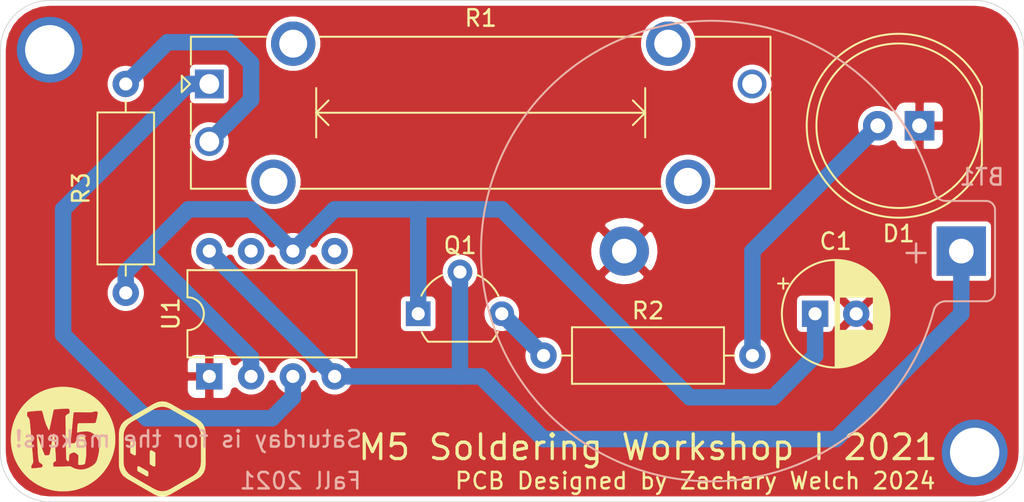
<source format=kicad_pcb>
(kicad_pcb (version 20171130) (host pcbnew 5.1.10)

  (general
    (thickness 1.6)
    (drawings 12)
    (tracks 45)
    (zones 0)
    (modules 10)
    (nets 11)
  )

  (page A4)
  (layers
    (0 F.Cu signal hide)
    (31 B.Cu signal hide)
    (32 B.Adhes user hide)
    (33 F.Adhes user hide)
    (34 B.Paste user hide)
    (35 F.Paste user hide)
    (36 B.SilkS user)
    (37 F.SilkS user hide)
    (38 B.Mask user hide)
    (39 F.Mask user hide)
    (40 Dwgs.User user hide)
    (41 Cmts.User user hide)
    (42 Eco1.User user hide)
    (43 Eco2.User user hide)
    (44 Edge.Cuts user)
    (45 Margin user hide)
    (46 B.CrtYd user hide)
    (47 F.CrtYd user hide)
    (48 B.Fab user hide)
    (49 F.Fab user hide)
  )

  (setup
    (last_trace_width 1)
    (user_trace_width 1)
    (trace_clearance 0.2)
    (zone_clearance 0.3)
    (zone_45_only yes)
    (trace_min 0.2)
    (via_size 0.8)
    (via_drill 0.4)
    (via_min_size 0.4)
    (via_min_drill 0.3)
    (uvia_size 0.3)
    (uvia_drill 0.1)
    (uvias_allowed no)
    (uvia_min_size 0.2)
    (uvia_min_drill 0.1)
    (edge_width 0.05)
    (segment_width 0.2)
    (pcb_text_width 0.3)
    (pcb_text_size 1.5 1.5)
    (mod_edge_width 0.12)
    (mod_text_size 1 1)
    (mod_text_width 0.15)
    (pad_size 1.524 1.524)
    (pad_drill 0.762)
    (pad_to_mask_clearance 0)
    (aux_axis_origin 143.51 80.01)
    (visible_elements 7FFFFFFF)
    (pcbplotparams
      (layerselection 0x010f8_ffffffff)
      (usegerberextensions false)
      (usegerberattributes true)
      (usegerberadvancedattributes true)
      (creategerberjobfile true)
      (excludeedgelayer true)
      (linewidth 0.100000)
      (plotframeref false)
      (viasonmask false)
      (mode 1)
      (useauxorigin false)
      (hpglpennumber 1)
      (hpglpenspeed 20)
      (hpglpendiameter 15.000000)
      (psnegative false)
      (psa4output false)
      (plotreference true)
      (plotvalue true)
      (plotinvisibletext false)
      (padsonsilk false)
      (subtractmaskfromsilk false)
      (outputformat 1)
      (mirror false)
      (drillshape 0)
      (scaleselection 1)
      (outputdirectory ""))
  )

  (net 0 "")
  (net 1 GND)
  (net 2 "Net-(C1-Pad1)")
  (net 3 "Net-(D1-Pad2)")
  (net 4 "Net-(Q1-Pad3)")
  (net 5 "Net-(R1-Pad2)")
  (net 6 "Net-(R1-Pad1)")
  (net 7 "Net-(U1-Pad7)")
  (net 8 "Net-(U1-Pad5)")
  (net 9 "Net-(R1-Pad3)")
  (net 10 VCC)

  (net_class Default "This is the default net class."
    (clearance 0.2)
    (trace_width 0.25)
    (via_dia 0.8)
    (via_drill 0.4)
    (uvia_dia 0.3)
    (uvia_drill 0.1)
    (add_net GND)
    (add_net "Net-(C1-Pad1)")
    (add_net "Net-(D1-Pad2)")
    (add_net "Net-(Q1-Pad3)")
    (add_net "Net-(R1-Pad1)")
    (add_net "Net-(R1-Pad2)")
    (add_net "Net-(R1-Pad3)")
    (add_net "Net-(U1-Pad5)")
    (add_net "Net-(U1-Pad7)")
    (add_net VCC)
  )

  (module Battery:BatteryHolder_Keystone_107_1x23mm (layer B.Cu) (tedit 5787C387) (tstamp 613CEBB0)
    (at 119.38 80.01 180)
    (descr http://www.keyelco.com/product-pdf.cfm?p=746)
    (tags "Keystone type 107 battery holder")
    (path /613DA15B)
    (fp_text reference BT1 (at -1.25 4.5 180) (layer B.SilkS)
      (effects (font (size 1 1) (thickness 0.15)) (justify mirror))
    )
    (fp_text value Battery_Cell (at 15 -15 180) (layer B.Fab)
      (effects (font (size 1 1) (thickness 0.15)) (justify mirror))
    )
    (fp_arc (start -1.5 2.5) (end -1.9 2.5) (angle -90) (layer B.Fab) (width 0.1))
    (fp_arc (start -1.5 -2.5) (end -2.3 -2.5) (angle 90) (layer B.CrtYd) (width 0.05))
    (fp_arc (start 16.2 0) (end 16.2 1.3) (angle -180) (layer B.Fab) (width 0.1))
    (fp_arc (start 0.95 3.8) (end 0.95 3.3) (angle 70) (layer B.CrtYd) (width 0.05))
    (fp_arc (start 15.2 0) (end 3.7 1.3) (angle -180) (layer B.Fab) (width 0.1))
    (fp_arc (start 15.2 0) (end 9 1.3) (angle -170) (layer B.Fab) (width 0.1))
    (fp_arc (start 15.2 0) (end 13.3 1.3) (angle -150) (layer B.Fab) (width 0.1))
    (fp_arc (start 15.2 0) (end 13.3 -1.3) (angle 150) (layer B.Fab) (width 0.1))
    (fp_arc (start 15.2 0) (end 9 -1.3) (angle 170) (layer B.Fab) (width 0.1))
    (fp_arc (start 15.2 0) (end 3.7 -1.3) (angle 180) (layer B.Fab) (width 0.1))
    (fp_arc (start 15.2 0) (end 1.41 3.6) (angle -165.5) (layer B.CrtYd) (width 0.05))
    (fp_arc (start 15.2 0) (end 1.41 -3.6) (angle 165.5) (layer B.CrtYd) (width 0.05))
    (fp_arc (start 0.95 -3.8) (end 0.95 -3.3) (angle -70) (layer B.CrtYd) (width 0.05))
    (fp_arc (start -1.5 2.5) (end -2.3 2.5) (angle -90) (layer B.CrtYd) (width 0.05))
    (fp_arc (start -1.5 -2.5) (end -1.9 -2.5) (angle 90) (layer B.Fab) (width 0.1))
    (fp_arc (start -1.5 -2.5) (end -2.05 -2.5) (angle 90) (layer B.SilkS) (width 0.12))
    (fp_arc (start -1.5 2.5) (end -2.05 2.5) (angle -90) (layer B.SilkS) (width 0.12))
    (fp_arc (start 0.95 3.8) (end 0.95 2.9) (angle 70) (layer B.Fab) (width 0.1))
    (fp_arc (start 0.95 3.8) (end 0.95 3.05) (angle 70) (layer B.SilkS) (width 0.12))
    (fp_arc (start 0.95 -3.8) (end 0.95 -2.9) (angle -70) (layer B.Fab) (width 0.1))
    (fp_arc (start 0.95 -3.8) (end 0.95 -3.05) (angle -70) (layer B.SilkS) (width 0.12))
    (fp_arc (start 15.2 0) (end 1.8 3.5) (angle -165.5) (layer B.Fab) (width 0.1))
    (fp_arc (start 15.2 0) (end 1.65 3.52) (angle -165.5) (layer B.SilkS) (width 0.12))
    (fp_arc (start 15.2 0) (end 1.8 -3.5) (angle 165.5) (layer B.Fab) (width 0.1))
    (fp_arc (start 15.2 0) (end 1.65 -3.52) (angle 165.5) (layer B.SilkS) (width 0.12))
    (fp_text user %R (at 0 0 180) (layer B.Fab)
      (effects (font (size 1 1) (thickness 0.15)) (justify mirror))
    )
    (fp_text user + (at 2.75 0 180) (layer B.SilkS)
      (effects (font (size 1.5 1.5) (thickness 0.15)) (justify mirror))
    )
    (fp_line (start 0.95 3.05) (end -1.5 3.05) (layer B.SilkS) (width 0.12))
    (fp_line (start -1.5 -3.05) (end 0.95 -3.05) (layer B.SilkS) (width 0.12))
    (fp_line (start -2.05 2.5) (end -2.05 -2.5) (layer B.SilkS) (width 0.12))
    (fp_line (start 0.95 2.9) (end -1.5 2.9) (layer B.Fab) (width 0.1))
    (fp_line (start -1.5 -2.9) (end 0.95 -2.9) (layer B.Fab) (width 0.1))
    (fp_line (start -2.3 2.5) (end -2.3 -2.5) (layer B.CrtYd) (width 0.05))
    (fp_line (start 0.95 3.3) (end -1.5 3.3) (layer B.CrtYd) (width 0.05))
    (fp_line (start -1.5 -3.3) (end 0.95 -3.3) (layer B.CrtYd) (width 0.05))
    (fp_line (start -1.9 2.5) (end -1.9 -2.5) (layer B.Fab) (width 0.1))
    (fp_line (start 0 -1.3) (end 16.2 -1.3) (layer B.Fab) (width 0.1))
    (fp_line (start 16.2 1.3) (end 0 1.3) (layer B.Fab) (width 0.1))
    (fp_line (start 0 1.3) (end 0 -1.3) (layer B.Fab) (width 0.1))
    (fp_line (start 23.7236 -7.8613) (end 25.3673 -9.3907) (layer B.Fab) (width 0.1))
    (fp_line (start 23.7109 7.8867) (end 25.3392 9.4388) (layer B.Fab) (width 0.1))
    (pad 1 thru_hole rect (at 0 0 180) (size 3 3) (drill 1.5) (layers *.Cu *.Mask)
      (net 10 VCC))
    (pad 2 thru_hole circle (at 20.49 0 180) (size 3 3) (drill 1.5) (layers *.Cu *.Mask)
      (net 1 GND))
    (model ${KISYS3DMOD}/Battery.3dshapes/BatteryHolder_Keystone_107_1x23mm.wrl
      (at (xyz 0 0 0))
      (scale (xyz 1 1 1))
      (rotate (xyz 0 0 0))
    )
  )

  (module "555-Breathing-LED:Smule Logo" (layer F.Cu) (tedit 0) (tstamp 613CD980)
    (at 70.8 92.04)
    (fp_text reference "" (at 0 0) (layer F.SilkS) hide
      (effects (font (size 1.524 1.524) (thickness 0.3)))
    )
    (fp_text value "" (at 0.75 0) (layer F.SilkS) hide
      (effects (font (size 1.524 1.524) (thickness 0.3)))
    )
    (fp_poly (pts (xy -1.851787 -0.601963) (xy -1.845179 -0.600483) (xy -1.832933 -0.595776) (xy -1.814122 -0.586819)
      (xy -1.790441 -0.57458) (xy -1.763586 -0.560022) (xy -1.735252 -0.544114) (xy -1.707134 -0.527819)
      (xy -1.680929 -0.512105) (xy -1.658331 -0.497936) (xy -1.641036 -0.486279) (xy -1.631363 -0.478693)
      (xy -1.615568 -0.459424) (xy -1.607458 -0.441208) (xy -1.606336 -0.433389) (xy -1.605383 -0.418694)
      (xy -1.604594 -0.396787) (xy -1.603967 -0.367334) (xy -1.603497 -0.330001) (xy -1.603182 -0.284455)
      (xy -1.603018 -0.23036) (xy -1.603002 -0.167382) (xy -1.603129 -0.095188) (xy -1.603287 -0.043112)
      (xy -1.603529 0.02821) (xy -1.603757 0.090419) (xy -1.604017 0.14417) (xy -1.604356 0.190121)
      (xy -1.604818 0.228926) (xy -1.605449 0.261243) (xy -1.606296 0.287727) (xy -1.607405 0.309035)
      (xy -1.60882 0.325821) (xy -1.610588 0.338743) (xy -1.612755 0.348456) (xy -1.615366 0.355616)
      (xy -1.618467 0.36088) (xy -1.622105 0.364903) (xy -1.626324 0.368342) (xy -1.631171 0.371852)
      (xy -1.632319 0.372694) (xy -1.649049 0.38032) (xy -1.670772 0.383907) (xy -1.69344 0.383122)
      (xy -1.709616 0.37909) (xy -1.721139 0.373713) (xy -1.738952 0.364303) (xy -1.761418 0.351828)
      (xy -1.7869 0.337256) (xy -1.813759 0.321553) (xy -1.840359 0.305688) (xy -1.865061 0.290629)
      (xy -1.886229 0.277342) (xy -1.902224 0.266795) (xy -1.911409 0.259956) (xy -1.911708 0.259685)
      (xy -1.916653 0.255156) (xy -1.920968 0.25091) (xy -1.924694 0.246285) (xy -1.927875 0.240619)
      (xy -1.930554 0.23325) (xy -1.932774 0.223515) (xy -1.934577 0.210752) (xy -1.936008 0.194298)
      (xy -1.937109 0.173492) (xy -1.937923 0.147671) (xy -1.938493 0.116174) (xy -1.938863 0.078337)
      (xy -1.939074 0.033498) (xy -1.939171 -0.019004) (xy -1.939196 -0.079833) (xy -1.939193 -0.149649)
      (xy -1.939193 -0.16316) (xy -1.939128 -0.244697) (xy -1.938934 -0.316552) (xy -1.938609 -0.37881)
      (xy -1.938151 -0.431557) (xy -1.93756 -0.47488) (xy -1.936835 -0.508863) (xy -1.935975 -0.533594)
      (xy -1.934977 -0.549157) (xy -1.933997 -0.555308) (xy -1.920689 -0.577824) (xy -1.901291 -0.593747)
      (xy -1.877692 -0.602114) (xy -1.851787 -0.601963)) (layer F.SilkS) (width 0.01))
    (fp_poly (pts (xy -0.668497 0.080743) (xy -0.656575 0.084064) (xy -0.641744 0.090174) (xy -0.622871 0.099529)
      (xy -0.598823 0.112587) (xy -0.568467 0.129804) (xy -0.537308 0.147789) (xy -0.511732 0.16287)
      (xy -0.488186 0.177237) (xy -0.468375 0.189815) (xy -0.454002 0.199527) (xy -0.447562 0.20451)
      (xy -0.44264 0.208961) (xy -0.438344 0.213136) (xy -0.434629 0.217693) (xy -0.431455 0.223291)
      (xy -0.428779 0.230588) (xy -0.426558 0.240241) (xy -0.424751 0.252909) (xy -0.423314 0.269249)
      (xy -0.422206 0.28992) (xy -0.421384 0.315579) (xy -0.420805 0.346885) (xy -0.420428 0.384495)
      (xy -0.42021 0.429067) (xy -0.420108 0.481259) (xy -0.42008 0.54173) (xy -0.420084 0.611137)
      (xy -0.420085 0.631179) (xy -0.420098 0.701636) (xy -0.420144 0.762986) (xy -0.420237 0.815891)
      (xy -0.420391 0.861013) (xy -0.42062 0.899015) (xy -0.420939 0.930559) (xy -0.421362 0.956306)
      (xy -0.421902 0.976919) (xy -0.422574 0.993061) (xy -0.423393 1.005393) (xy -0.424372 1.014577)
      (xy -0.425526 1.021276) (xy -0.426868 1.026152) (xy -0.428413 1.029867) (xy -0.428633 1.030306)
      (xy -0.437979 1.044329) (xy -0.449179 1.055828) (xy -0.450048 1.056487) (xy -0.467734 1.064504)
      (xy -0.489967 1.067766) (xy -0.512564 1.065903) (xy -0.522654 1.062947) (xy -0.533486 1.057885)
      (xy -0.550965 1.048721) (xy -0.573397 1.036434) (xy -0.599084 1.022004) (xy -0.626331 1.006408)
      (xy -0.653441 0.990625) (xy -0.678718 0.975635) (xy -0.700467 0.962416) (xy -0.71699 0.951946)
      (xy -0.726321 0.945424) (xy -0.73185 0.940934) (xy -0.736675 0.936435) (xy -0.740842 0.931265)
      (xy -0.744401 0.924763) (xy -0.747399 0.916267) (xy -0.749885 0.905114) (xy -0.751905 0.890643)
      (xy -0.753509 0.872193) (xy -0.754745 0.849101) (xy -0.75566 0.820705) (xy -0.756303 0.786345)
      (xy -0.756722 0.745357) (xy -0.756965 0.697081) (xy -0.757079 0.640854) (xy -0.757114 0.576015)
      (xy -0.757116 0.521487) (xy -0.757048 0.441684) (xy -0.756841 0.37151) (xy -0.756495 0.310826)
      (xy -0.756007 0.259494) (xy -0.755376 0.217376) (xy -0.754599 0.184331) (xy -0.753674 0.160222)
      (xy -0.752599 0.14491) (xy -0.751765 0.139382) (xy -0.741472 0.116098) (xy -0.72452 0.097005)
      (xy -0.703245 0.084562) (xy -0.698147 0.082943) (xy -0.68815 0.080639) (xy -0.678644 0.079754)
      (xy -0.668497 0.080743)) (layer F.SilkS) (width 0.01))
    (fp_poly (pts (xy -1.418617 1.054517) (xy -1.411432 1.057732) (xy -1.396715 1.065352) (xy -1.375373 1.076861)
      (xy -1.348312 1.091739) (xy -1.316438 1.109469) (xy -1.280657 1.129533) (xy -1.241876 1.151414)
      (xy -1.201001 1.174592) (xy -1.158937 1.19855) (xy -1.116591 1.222771) (xy -1.07487 1.246736)
      (xy -1.03468 1.269927) (xy -0.996926 1.291827) (xy -0.962515 1.311917) (xy -0.932353 1.32968)
      (xy -0.907347 1.344597) (xy -0.888402 1.356151) (xy -0.876425 1.363823) (xy -0.872838 1.366455)
      (xy -0.864661 1.376367) (xy -0.856228 1.390451) (xy -0.854226 1.394557) (xy -0.851047 1.402665)
      (xy -0.848705 1.412184) (xy -0.847077 1.424669) (xy -0.846043 1.441672) (xy -0.84548 1.464749)
      (xy -0.845268 1.495452) (xy -0.845254 1.509346) (xy -0.845536 1.548855) (xy -0.846612 1.57986)
      (xy -0.848823 1.603616) (xy -0.852511 1.621377) (xy -0.858017 1.634398) (xy -0.865683 1.643935)
      (xy -0.87585 1.65124) (xy -0.885172 1.655942) (xy -0.902919 1.662794) (xy -0.91784 1.66471)
      (xy -0.934541 1.661902) (xy -0.945174 1.658739) (xy -0.952357 1.655372) (xy -0.967058 1.647621)
      (xy -0.988348 1.636016) (xy -1.0153 1.621086) (xy -1.046988 1.603361) (xy -1.082485 1.583372)
      (xy -1.120863 1.561647) (xy -1.161195 1.538716) (xy -1.202555 1.51511) (xy -1.244015 1.491357)
      (xy -1.284649 1.467988) (xy -1.323529 1.445531) (xy -1.359728 1.424518) (xy -1.392319 1.405477)
      (xy -1.420376 1.388938) (xy -1.442971 1.375431) (xy -1.459177 1.365486) (xy -1.465385 1.361491)
      (xy -1.480671 1.350527) (xy -1.492355 1.339635) (xy -1.500919 1.327318) (xy -1.506848 1.312077)
      (xy -1.510624 1.292415) (xy -1.512731 1.266834) (xy -1.513653 1.233835) (xy -1.513832 1.211384)
      (xy -1.513643 1.181188) (xy -1.512891 1.153458) (xy -1.51167 1.130186) (xy -1.510075 1.113367)
      (xy -1.508859 1.10675) (xy -1.49782 1.083672) (xy -1.480188 1.066096) (xy -1.458009 1.055205)
      (xy -1.433328 1.052183) (xy -1.418617 1.054517)) (layer F.SilkS) (width 0.01))
    (fp_poly (pts (xy 0.016171 -2.89035) (xy 0.037503 -2.888843) (xy 0.062819 -2.886172) (xy 0.093987 -2.882297)
      (xy 0.132877 -2.877178) (xy 0.135074 -2.876886) (xy 0.246673 -2.86208) (xy 0.327269 -2.829758)
      (xy 0.35804 -2.817215) (xy 0.389959 -2.803857) (xy 0.42014 -2.790913) (xy 0.445693 -2.779617)
      (xy 0.456711 -2.77456) (xy 0.464682 -2.770372) (xy 0.480601 -2.761587) (xy 0.503964 -2.748495)
      (xy 0.534265 -2.731387) (xy 0.571001 -2.710552) (xy 0.613666 -2.686282) (xy 0.661756 -2.658867)
      (xy 0.714767 -2.628596) (xy 0.772193 -2.595761) (xy 0.833531 -2.560651) (xy 0.898275 -2.523557)
      (xy 0.965921 -2.484769) (xy 1.035965 -2.444577) (xy 1.107901 -2.403272) (xy 1.181225 -2.361144)
      (xy 1.255433 -2.318484) (xy 1.33002 -2.275581) (xy 1.404481 -2.232726) (xy 1.478311 -2.190209)
      (xy 1.551007 -2.148321) (xy 1.622063 -2.107351) (xy 1.690975 -2.067591) (xy 1.757238 -2.02933)
      (xy 1.820347 -1.992859) (xy 1.879799 -1.958468) (xy 1.935088 -1.926447) (xy 1.985709 -1.897087)
      (xy 2.031159 -1.870678) (xy 2.070932 -1.84751) (xy 2.104525 -1.827873) (xy 2.131431 -1.812059)
      (xy 2.151147 -1.800357) (xy 2.163168 -1.793057) (xy 2.166326 -1.791018) (xy 2.182417 -1.779429)
      (xy 2.20309 -1.763957) (xy 2.226911 -1.745737) (xy 2.252445 -1.725903) (xy 2.278256 -1.705589)
      (xy 2.302909 -1.685929) (xy 2.324968 -1.668057) (xy 2.342999 -1.653107) (xy 2.355565 -1.642214)
      (xy 2.359987 -1.637991) (xy 2.372302 -1.624073) (xy 2.388396 -1.604482) (xy 2.407092 -1.580791)
      (xy 2.427216 -1.554578) (xy 2.44759 -1.527415) (xy 2.467041 -1.500878) (xy 2.484391 -1.476542)
      (xy 2.498466 -1.455982) (xy 2.508091 -1.440773) (xy 2.510572 -1.436262) (xy 2.517074 -1.422454)
      (xy 2.526217 -1.401827) (xy 2.537203 -1.376304) (xy 2.549235 -1.347806) (xy 2.561514 -1.318258)
      (xy 2.573243 -1.289582) (xy 2.583624 -1.2637) (xy 2.591859 -1.242536) (xy 2.59715 -1.228012)
      (xy 2.597796 -1.226039) (xy 2.6002 -1.21585) (xy 2.603618 -1.197849) (xy 2.607731 -1.173901)
      (xy 2.612218 -1.14587) (xy 2.616683 -1.116135) (xy 2.630167 -1.023327) (xy 2.633185 0.979365)
      (xy 2.620547 1.0795) (xy 2.615334 1.120445) (xy 2.610843 1.15361) (xy 2.606581 1.180909)
      (xy 2.602055 1.204254) (xy 2.596771 1.225559) (xy 2.590235 1.246737) (xy 2.581954 1.269701)
      (xy 2.571435 1.296364) (xy 2.558183 1.32864) (xy 2.553136 1.340826) (xy 2.508607 1.448288)
      (xy 2.442494 1.536211) (xy 2.422101 1.563037) (xy 2.402412 1.588397) (xy 2.384598 1.610824)
      (xy 2.369828 1.628853) (xy 2.359273 1.641017) (xy 2.356735 1.643673) (xy 2.345682 1.653674)
      (xy 2.328312 1.668204) (xy 2.306204 1.68604) (xy 2.280938 1.705956) (xy 2.254092 1.726728)
      (xy 2.227244 1.747132) (xy 2.201974 1.765944) (xy 2.17986 1.781939) (xy 2.166326 1.79133)
      (xy 2.160137 1.795101) (xy 2.145988 1.803466) (xy 2.12438 1.816134) (xy 2.095814 1.832815)
      (xy 2.06079 1.85322) (xy 2.019811 1.877059) (xy 1.973378 1.904042) (xy 1.92199 1.933879)
      (xy 1.86615 1.96628) (xy 1.806358 2.000954) (xy 1.743116 2.037614) (xy 1.676924 2.075967)
      (xy 1.608284 2.115725) (xy 1.537696 2.156597) (xy 1.465662 2.198294) (xy 1.392683 2.240525)
      (xy 1.31926 2.283002) (xy 1.245893 2.325433) (xy 1.173085 2.367529) (xy 1.101336 2.409)
      (xy 1.031146 2.449556) (xy 0.963018 2.488908) (xy 0.897452 2.526764) (xy 0.83495 2.562837)
      (xy 0.776012 2.596834) (xy 0.721139 2.628468) (xy 0.670833 2.657447) (xy 0.625594 2.683481)
      (xy 0.585924 2.706282) (xy 0.552323 2.725559) (xy 0.525293 2.741021) (xy 0.505335 2.75238)
      (xy 0.503115 2.753637) (xy 0.49079 2.759927) (xy 0.471119 2.769143) (xy 0.445805 2.780526)
      (xy 0.41655 2.793316) (xy 0.385054 2.806753) (xy 0.369558 2.813245) (xy 0.335524 2.827314)
      (xy 0.307173 2.83862) (xy 0.28263 2.847641) (xy 0.260019 2.854858) (xy 0.237464 2.860748)
      (xy 0.213089 2.865791) (xy 0.185016 2.870465) (xy 0.151371 2.875251) (xy 0.110277 2.880626)
      (xy 0.101017 2.881812) (xy 0.059025 2.886734) (xy 0.024291 2.88968) (xy -0.005479 2.890713)
      (xy -0.03258 2.889896) (xy -0.059308 2.887293) (xy -0.065943 2.886406) (xy -0.081357 2.884271)
      (xy -0.10385 2.881178) (xy -0.130822 2.877484) (xy -0.159672 2.873546) (xy -0.170962 2.872009)
      (xy -0.19958 2.867949) (xy -0.222496 2.864094) (xy -0.242371 2.859722) (xy -0.261868 2.854109)
      (xy -0.283648 2.846533) (xy -0.310375 2.836271) (xy -0.32727 2.82957) (xy -0.358055 2.817085)
      (xy -0.389989 2.803773) (xy -0.42018 2.790864) (xy -0.445735 2.779585) (xy -0.456712 2.774549)
      (xy -0.464676 2.770363) (xy -0.48059 2.761579) (xy -0.503949 2.748488) (xy -0.534248 2.731379)
      (xy -0.570982 2.710544) (xy -0.613648 2.686273) (xy -0.66174 2.658855) (xy -0.714753 2.628582)
      (xy -0.772182 2.595744) (xy -0.833524 2.560631) (xy -0.898272 2.523533) (xy -0.965924 2.484741)
      (xy -1.035972 2.444546) (xy -1.107914 2.403237) (xy -1.181244 2.361105) (xy -1.255458 2.31844)
      (xy -1.330051 2.275533) (xy -1.404517 2.232675) (xy -1.478353 2.190154) (xy -1.551054 2.148263)
      (xy -1.622114 2.107291) (xy -1.69103 2.067529) (xy -1.757296 2.029266) (xy -1.820408 1.992794)
      (xy -1.879861 1.958402) (xy -1.93515 1.926382) (xy -1.98577 1.897023) (xy -2.031217 1.870616)
      (xy -2.070987 1.847452) (xy -2.104574 1.827819) (xy -2.131473 1.81201) (xy -2.15118 1.800314)
      (xy -2.163191 1.793022) (xy -2.166327 1.790998) (xy -2.182283 1.779518) (xy -2.202856 1.76413)
      (xy -2.226608 1.745968) (xy -2.252104 1.726169) (xy -2.277905 1.705867) (xy -2.302575 1.686197)
      (xy -2.324678 1.668295) (xy -2.342776 1.653296) (xy -2.355432 1.642335) (xy -2.359988 1.63799)
      (xy -2.372303 1.624072) (xy -2.388397 1.604481) (xy -2.407093 1.58079) (xy -2.427217 1.554577)
      (xy -2.447591 1.527414) (xy -2.467042 1.500877) (xy -2.484392 1.476541) (xy -2.498467 1.455981)
      (xy -2.508092 1.440772) (xy -2.510573 1.436261) (xy -2.517075 1.422453) (xy -2.526218 1.401826)
      (xy -2.537204 1.376303) (xy -2.549236 1.347805) (xy -2.561515 1.318257) (xy -2.573244 1.289581)
      (xy -2.583625 1.263699) (xy -2.59186 1.242535) (xy -2.597151 1.228011) (xy -2.597797 1.226038)
      (xy -2.600201 1.215849) (xy -2.603619 1.197848) (xy -2.607732 1.1739) (xy -2.612219 1.145869)
      (xy -2.616684 1.116134) (xy -2.630168 1.023326) (xy -2.631568 0.022384) (xy -2.632742 -0.816682)
      (xy -2.354385 -0.816682) (xy -2.354385 0.818454) (xy -2.339599 0.93066) (xy -2.335103 0.963729)
      (xy -2.330665 0.994461) (xy -2.326544 1.021218) (xy -2.322994 1.042366) (xy -2.320273 1.056266)
      (xy -2.319313 1.059961) (xy -2.314235 1.074254) (xy -2.306316 1.094746) (xy -2.296238 1.119829)
      (xy -2.284683 1.147895) (xy -2.272336 1.177336) (xy -2.259879 1.206544) (xy -2.247994 1.233911)
      (xy -2.237365 1.257828) (xy -2.228674 1.276688) (xy -2.222605 1.288883) (xy -2.220788 1.291949)
      (xy -2.208781 1.308647) (xy -2.192995 1.329772) (xy -2.174558 1.353895) (xy -2.1546 1.379586)
      (xy -2.134253 1.405417) (xy -2.114646 1.429958) (xy -2.096908 1.451781) (xy -2.08217 1.469456)
      (xy -2.071563 1.481554) (xy -2.067879 1.485331) (xy -2.058355 1.493554) (xy -2.042513 1.506493)
      (xy -2.021831 1.522973) (xy -1.997786 1.54182) (xy -1.971856 1.561861) (xy -1.964553 1.567454)
      (xy -1.953453 1.575896) (xy -1.942623 1.584) (xy -1.931637 1.592021) (xy -1.920069 1.600213)
      (xy -1.907492 1.608831) (xy -1.893482 1.618128) (xy -1.877613 1.628361) (xy -1.859457 1.639782)
      (xy -1.83859 1.652646) (xy -1.814586 1.667209) (xy -1.787018 1.683723) (xy -1.755462 1.702445)
      (xy -1.71949 1.723627) (xy -1.678678 1.747526) (xy -1.632599 1.774394) (xy -1.580827 1.804486)
      (xy -1.522937 1.838058) (xy -1.458502 1.875363) (xy -1.387097 1.916656) (xy -1.308296 1.962191)
      (xy -1.221673 2.012222) (xy -1.174765 2.03931) (xy -1.084078 2.091672) (xy -1.001416 2.139385)
      (xy -0.926347 2.18269) (xy -0.858439 2.221828) (xy -0.79726 2.257041) (xy -0.742377 2.288569)
      (xy -0.693358 2.316653) (xy -0.649772 2.341535) (xy -0.611185 2.363455) (xy -0.577166 2.382654)
      (xy -0.547283 2.399374) (xy -0.521102 2.413855) (xy -0.498193 2.426338) (xy -0.478123 2.437065)
      (xy -0.46046 2.446277) (xy -0.444771 2.454213) (xy -0.430624 2.461116) (xy -0.417587 2.467227)
      (xy -0.405229 2.472786) (xy -0.393116 2.478035) (xy -0.380817 2.483214) (xy -0.372751 2.486561)
      (xy -0.335621 2.501915) (xy -0.305877 2.514085) (xy -0.281849 2.523562) (xy -0.26187 2.530837)
      (xy -0.244274 2.536401) (xy -0.227392 2.540743) (xy -0.209558 2.544356) (xy -0.189103 2.54773)
      (xy -0.164361 2.551355) (xy -0.141654 2.554581) (xy -0.097228 2.560598) (xy -0.059629 2.56479)
      (xy -0.026354 2.567157) (xy 0.005094 2.567703) (xy 0.037216 2.566429) (xy 0.072513 2.563337)
      (xy 0.113484 2.558431) (xy 0.140341 2.554822) (xy 0.244049 2.540537) (xy 0.360149 2.492438)
      (xy 0.47625 2.44434) (xy 1.160096 2.049415) (xy 1.235953 2.005598) (xy 1.309777 1.962936)
      (xy 1.381097 1.921701) (xy 1.449447 1.882166) (xy 1.514356 1.844602) (xy 1.575355 1.809282)
      (xy 1.631976 1.776476) (xy 1.68375 1.746457) (xy 1.730207 1.719497) (xy 1.770879 1.695868)
      (xy 1.805297 1.675841) (xy 1.832992 1.659688) (xy 1.853496 1.647682) (xy 1.866338 1.640093)
      (xy 1.870541 1.637541) (xy 1.882235 1.629577) (xy 1.90011 1.616752) (xy 1.922632 1.600199)
      (xy 1.948266 1.581049) (xy 1.975478 1.560435) (xy 1.987109 1.551536) (xy 2.077078 1.48248)
      (xy 2.147333 1.391195) (xy 2.167818 1.364412) (xy 2.186773 1.339316) (xy 2.203213 1.317236)
      (xy 2.216156 1.299498) (xy 2.224619 1.287429) (xy 2.22698 1.283734) (xy 2.231481 1.274655)
      (xy 2.238977 1.258021) (xy 2.24882 1.235341) (xy 2.260359 1.208124) (xy 2.272945 1.177876)
      (xy 2.280241 1.160096) (xy 2.324109 1.052634) (xy 2.339322 0.935403) (xy 2.354535 0.818173)
      (xy 2.354459 -0.000141) (xy 2.354384 -0.818455) (xy 2.339582 -0.930661) (xy 2.335228 -0.963176)
      (xy 2.331132 -0.992847) (xy 2.327513 -1.018166) (xy 2.324589 -1.037623) (xy 2.322578 -1.049711)
      (xy 2.32195 -1.052635) (xy 2.318082 -1.063885) (xy 2.31116 -1.081946) (xy 2.301849 -1.105245)
      (xy 2.290813 -1.132209) (xy 2.278718 -1.161266) (xy 2.266228 -1.190841) (xy 2.254008 -1.219363)
      (xy 2.242723 -1.245258) (xy 2.233037 -1.266953) (xy 2.225615 -1.282875) (xy 2.221121 -1.291451)
      (xy 2.220883 -1.291808) (xy 2.208865 -1.308525) (xy 2.193068 -1.329668) (xy 2.174622 -1.353807)
      (xy 2.154656 -1.379514) (xy 2.134299 -1.405359) (xy 2.114683 -1.429914) (xy 2.096936 -1.451749)
      (xy 2.082189 -1.469436) (xy 2.07157 -1.481547) (xy 2.067878 -1.485332) (xy 2.043528 -1.506603)
      (xy 2.012476 -1.531526) (xy 1.976469 -1.558854) (xy 1.937256 -1.587336) (xy 1.896584 -1.615723)
      (xy 1.856202 -1.642767) (xy 1.817857 -1.667218) (xy 1.78973 -1.684126) (xy 1.774521 -1.692944)
      (xy 1.75142 -1.706317) (xy 1.720996 -1.723916) (xy 1.68382 -1.74541) (xy 1.640459 -1.770472)
      (xy 1.591485 -1.798772) (xy 1.537465 -1.829982) (xy 1.47897 -1.863773) (xy 1.416568 -1.899815)
      (xy 1.35083 -1.93778) (xy 1.282324 -1.977338) (xy 1.211619 -2.018162) (xy 1.139287 -2.059921)
      (xy 1.083776 -2.091965) (xy 0.470148 -2.446177) (xy 0.356271 -2.493409) (xy 0.242394 -2.540642)
      (xy 0.137072 -2.55496) (xy 0.103824 -2.559274) (xy 0.071756 -2.563059) (xy 0.042872 -2.566107)
      (xy 0.019173 -2.56821) (xy 0.00266 -2.56916) (xy 0 -2.569193) (xy -0.014575 -2.568488)
      (xy -0.036787 -2.566572) (xy -0.06461 -2.56366) (xy -0.096017 -2.559967) (xy -0.128981 -2.555707)
      (xy -0.135487 -2.554819) (xy -0.239223 -2.54053) (xy -0.347968 -2.495922) (xy -0.380237 -2.48252)
      (xy -0.411063 -2.469412) (xy -0.438764 -2.457338) (xy -0.461659 -2.447035) (xy -0.478065 -2.439243)
      (xy -0.483577 -2.436371) (xy -0.490748 -2.432294) (xy -0.50591 -2.423604) (xy -0.528592 -2.41057)
      (xy -0.558324 -2.393464) (xy -0.594636 -2.372558) (xy -0.637059 -2.34812) (xy -0.685122 -2.320424)
      (xy -0.738356 -2.289739) (xy -0.79629 -2.256336) (xy -0.858455 -2.220486) (xy -0.92438 -2.182461)
      (xy -0.993596 -2.14253) (xy -1.065633 -2.100966) (xy -1.14002 -2.058038) (xy -1.191847 -2.028126)
      (xy -1.87325 -1.634824) (xy -1.972916 -1.558652) (xy -2.001148 -1.53705) (xy -2.024269 -1.519087)
      (xy -2.04348 -1.503528) (xy -2.059981 -1.489136) (xy -2.074972 -1.474673) (xy -2.089653 -1.458904)
      (xy -2.105225 -1.440592) (xy -2.122887 -1.4185) (xy -2.14384 -1.391391) (xy -2.169284 -1.358028)
      (xy -2.175362 -1.350043) (xy -2.192324 -1.32763) (xy -2.205791 -1.309212) (xy -2.216783 -1.292949)
      (xy -2.226322 -1.277002) (xy -2.235429 -1.259529) (xy -2.245124 -1.238691) (xy -2.25643 -1.212649)
      (xy -2.270366 -1.17956) (xy -2.27159 -1.176639) (xy -2.284364 -1.145986) (xy -2.296083 -1.11759)
      (xy -2.306139 -1.092946) (xy -2.313923 -1.073549) (xy -2.318827 -1.060895) (xy -2.320023 -1.05752)
      (xy -2.32199 -1.048566) (xy -2.324932 -1.031505) (xy -2.328607 -1.007921) (xy -2.332772 -0.979399)
      (xy -2.337186 -0.947526) (xy -2.339548 -0.929774) (xy -2.354385 -0.816682) (xy -2.632742 -0.816682)
      (xy -2.632969 -0.978559) (xy -2.618245 -1.091308) (xy -2.613798 -1.124504) (xy -2.609447 -1.155408)
      (xy -2.60544 -1.182377) (xy -2.602025 -1.203767) (xy -2.599451 -1.217937) (xy -2.598549 -1.221827)
      (xy -2.594209 -1.234787) (xy -2.586714 -1.254527) (xy -2.576783 -1.279364) (xy -2.565135 -1.307619)
      (xy -2.552489 -1.337609) (xy -2.539564 -1.367653) (xy -2.527079 -1.396071) (xy -2.515754 -1.421181)
      (xy -2.506307 -1.441302) (xy -2.499459 -1.454753) (xy -2.497497 -1.458058) (xy -2.490649 -1.467792)
      (xy -2.478901 -1.48374) (xy -2.463371 -1.504416) (xy -2.445176 -1.528337) (xy -2.425432 -1.554018)
      (xy -2.420252 -1.560711) (xy -2.398379 -1.588775) (xy -2.380733 -1.610764) (xy -2.365639 -1.628386)
      (xy -2.351419 -1.643347) (xy -2.336395 -1.657356) (xy -2.318891 -1.672119) (xy -2.297231 -1.689344)
      (xy -2.283062 -1.700389) (xy -2.257244 -1.720342) (xy -2.231352 -1.74015) (xy -2.207436 -1.75826)
      (xy -2.187548 -1.773115) (xy -2.176097 -1.781481) (xy -2.168456 -1.786371) (xy -2.152776 -1.795887)
      (xy -2.129482 -1.80978) (xy -2.099001 -1.827802) (xy -2.06176 -1.849704) (xy -2.018185 -1.875237)
      (xy -1.968702 -1.904153) (xy -1.913739 -1.936204) (xy -1.853722 -1.971141) (xy -1.789077 -2.008716)
      (xy -1.720231 -2.04868) (xy -1.647611 -2.090785) (xy -1.571643 -2.134783) (xy -1.492753 -2.180424)
      (xy -1.411368 -2.22746) (xy -1.327915 -2.275644) (xy -1.309314 -2.286377) (xy -0.476724 -2.766746)
      (xy -0.367229 -2.812223) (xy -0.332415 -2.826589) (xy -0.303482 -2.838125) (xy -0.278533 -2.847317)
      (xy -0.255676 -2.854652) (xy -0.233015 -2.860617) (xy -0.208656 -2.865697) (xy -0.180705 -2.870378)
      (xy -0.147266 -2.875148) (xy -0.106446 -2.880492) (xy -0.096133 -2.881813) (xy -0.066691 -2.885531)
      (xy -0.042608 -2.888283) (xy -0.022016 -2.89003) (xy -0.003046 -2.890732) (xy 0.016171 -2.89035)) (layer F.SilkS) (width 0.01))
  )

  (module "555-Breathing-LED:M5 Logo" (layer F.Cu) (tedit 0) (tstamp 613CDACF)
    (at 64.77 91.44)
    (fp_text reference "" (at 0 0) (layer F.SilkS) hide
      (effects (font (size 1.524 1.524) (thickness 0.3)))
    )
    (fp_text value "" (at 0.75 0) (layer F.SilkS) hide
      (effects (font (size 1.524 1.524) (thickness 0.3)))
    )
    (fp_poly (pts (xy 0.101896 -3.173713) (xy 0.180782 -3.171201) (xy 0.251297 -3.167198) (xy 0.284779 -3.1644)
      (xy 0.486642 -3.139325) (xy 0.680856 -3.103274) (xy 0.869262 -3.055717) (xy 1.053697 -2.996124)
      (xy 1.236001 -2.923966) (xy 1.418011 -2.838713) (xy 1.421694 -2.836854) (xy 1.588439 -2.746906)
      (xy 1.74478 -2.650535) (xy 1.893249 -2.545928) (xy 2.036377 -2.431276) (xy 2.176694 -2.304764)
      (xy 2.21039 -2.272282) (xy 2.359308 -2.117334) (xy 2.496424 -1.954738) (xy 2.621596 -1.784742)
      (xy 2.734679 -1.607596) (xy 2.835531 -1.423549) (xy 2.924008 -1.232848) (xy 2.999966 -1.035744)
      (xy 3.063264 -0.832484) (xy 3.083249 -0.756554) (xy 3.107038 -0.656519) (xy 3.126471 -0.562603)
      (xy 3.141891 -0.471814) (xy 3.153646 -0.381156) (xy 3.16208 -0.287636) (xy 3.167539 -0.18826)
      (xy 3.170369 -0.080033) (xy 3.170971 0.003527) (xy 3.170727 0.087368) (xy 3.169703 0.159909)
      (xy 3.167681 0.223953) (xy 3.164448 0.2823) (xy 3.159785 0.33775) (xy 3.153479 0.393105)
      (xy 3.145311 0.451165) (xy 3.135068 0.514732) (xy 3.128701 0.551739) (xy 3.086395 0.753033)
      (xy 3.030723 0.950826) (xy 2.96214 1.144453) (xy 2.881103 1.333253) (xy 2.788068 1.516561)
      (xy 2.683491 1.693714) (xy 2.567828 1.86405) (xy 2.441535 2.026904) (xy 2.305069 2.181614)
      (xy 2.158885 2.327516) (xy 2.00344 2.463947) (xy 1.839189 2.590244) (xy 1.66659 2.705744)
      (xy 1.633279 2.726178) (xy 1.450147 2.82899) (xy 1.262796 2.918403) (xy 1.070939 2.994514)
      (xy 0.874287 3.057423) (xy 0.67255 3.107225) (xy 0.465442 3.144019) (xy 0.358777 3.157681)
      (xy 0.32859 3.160335) (xy 0.287633 3.162879) (xy 0.238197 3.16526) (xy 0.182571 3.167426)
      (xy 0.123045 3.169322) (xy 0.061907 3.170896) (xy 0.001449 3.172095) (xy -0.056041 3.172865)
      (xy -0.108272 3.173153) (xy -0.152956 3.172907) (xy -0.187802 3.172072) (xy -0.208139 3.170845)
      (xy -0.226258 3.169183) (xy -0.254519 3.16668) (xy -0.289005 3.163679) (xy -0.324556 3.160629)
      (xy -0.520375 3.13694) (xy -0.715191 3.099478) (xy -0.908214 3.048583) (xy -1.098654 2.98459)
      (xy -1.285723 2.907838) (xy -1.468629 2.818664) (xy -1.646583 2.717406) (xy -1.818796 2.604401)
      (xy -1.984478 2.479987) (xy -2.05696 2.420142) (xy -2.103384 2.379093) (xy -2.155988 2.329919)
      (xy -2.21201 2.275409) (xy -2.268687 2.218351) (xy -2.323253 2.161535) (xy -2.372948 2.107749)
      (xy -2.415007 2.059784) (xy -2.420647 2.05307) (xy -2.55523 1.881314) (xy -2.676699 1.704351)
      (xy -2.785068 1.522154) (xy -2.88035 1.334696) (xy -2.962559 1.141951) (xy -3.031706 0.94389)
      (xy -3.087806 0.740489) (xy -3.114911 0.617361) (xy -3.148988 0.411205) (xy -3.169149 0.20368)
      (xy -3.175441 -0.004519) (xy -3.16791 -0.212698) (xy -3.146599 -0.420162) (xy -3.111553 -0.626218)
      (xy -3.062819 -0.830171) (xy -3.009734 -1.004128) (xy -2.936472 -1.199759) (xy -2.850246 -1.390474)
      (xy -2.816271 -1.454171) (xy -2.194235 -1.454171) (xy -2.194007 -1.43398) (xy -2.192132 -1.417885)
      (xy -2.187459 -1.403444) (xy -2.178834 -1.388219) (xy -2.165105 -1.369769) (xy -2.145117 -1.345656)
      (xy -2.11772 -1.313439) (xy -2.111205 -1.305755) (xy -2.083103 -1.270394) (xy -2.0627 -1.238397)
      (xy -2.048245 -1.205608) (xy -2.037987 -1.167871) (xy -2.030174 -1.12103) (xy -2.028725 -1.109997)
      (xy -2.026227 -1.088058) (xy -2.022628 -1.053061) (xy -2.018015 -1.00601) (xy -2.012477 -0.947909)
      (xy -2.006101 -0.87976) (xy -1.998977 -0.802567) (xy -1.991192 -0.717333) (xy -1.982833 -0.625063)
      (xy -1.97399 -0.526758) (xy -1.964751 -0.423423) (xy -1.955203 -0.31606) (xy -1.945434 -0.205674)
      (xy -1.935534 -0.093267) (xy -1.925589 0.020156) (xy -1.915688 0.133594) (xy -1.905919 0.246042)
      (xy -1.89637 0.356496) (xy -1.88713 0.463954) (xy -1.878285 0.567413) (xy -1.869926 0.665868)
      (xy -1.862139 0.758316) (xy -1.855013 0.843755) (xy -1.848635 0.92118) (xy -1.843095 0.989589)
      (xy -1.838479 1.047978) (xy -1.834877 1.095343) (xy -1.833973 1.107722) (xy -1.828685 1.184404)
      (xy -1.824873 1.248573) (xy -1.822578 1.301755) (xy -1.821839 1.345475) (xy -1.822695 1.381257)
      (xy -1.825186 1.410628) (xy -1.829351 1.435112) (xy -1.83523 1.456233) (xy -1.842862 1.475519)
      (xy -1.843528 1.476981) (xy -1.857569 1.504276) (xy -1.873652 1.530863) (xy -1.883744 1.545052)
      (xy -1.911962 1.588008) (xy -1.927921 1.631559) (xy -1.933067 1.67966) (xy -1.933068 1.679933)
      (xy -1.930592 1.723349) (xy -1.9227 1.754252) (xy -1.909188 1.773242) (xy -1.899818 1.778629)
      (xy -1.883183 1.781138) (xy -1.852919 1.781282) (xy -1.809308 1.779079) (xy -1.752629 1.77455)
      (xy -1.683162 1.767714) (xy -1.601187 1.758591) (xy -1.585152 1.75671) (xy -1.501347 1.746612)
      (xy -1.431562 1.737768) (xy -1.375762 1.730173) (xy -1.333912 1.723821) (xy -1.305976 1.718709)
      (xy -1.291921 1.71483) (xy -1.291315 1.714531) (xy -1.265733 1.693219) (xy -1.249082 1.663509)
      (xy -1.242104 1.628499) (xy -1.245546 1.591284) (xy -1.255178 1.564274) (xy -1.263304 1.55023)
      (xy -1.274764 1.536356) (xy -1.291595 1.520811) (xy -1.315832 1.501757) (xy -1.349509 1.477356)
      (xy -1.358017 1.471348) (xy -1.389528 1.44863) (xy -1.41743 1.427514) (xy -1.439391 1.409841)
      (xy -1.453079 1.397452) (xy -1.45592 1.394088) (xy -1.4638 1.375836) (xy -1.472284 1.345002)
      (xy -1.481161 1.303091) (xy -1.49022 1.251609) (xy -1.499252 1.192062) (xy -1.508046 1.125956)
      (xy -1.516392 1.054795) (xy -1.524079 0.980086) (xy -1.530897 0.903334) (xy -1.536636 0.826045)
      (xy -1.537812 0.807861) (xy -1.540145 0.767962) (xy -1.542826 0.717611) (xy -1.545677 0.660456)
      (xy -1.548517 0.600147) (xy -1.551168 0.540333) (xy -1.55252 0.508) (xy -1.5554 0.443966)
      (xy -1.559123 0.371088) (xy -1.563394 0.294583) (xy -1.567918 0.219673) (xy -1.572399 0.151577)
      (xy -1.573822 0.131436) (xy -1.57878 0.057657) (xy -1.582626 -0.010292) (xy -1.585337 -0.071222)
      (xy -1.586887 -0.123941) (xy -1.587252 -0.16726) (xy -1.586407 -0.199988) (xy -1.584327 -0.220934)
      (xy -1.581346 -0.228749) (xy -1.576638 -0.227003) (xy -1.569632 -0.216694) (xy -1.559989 -0.19702)
      (xy -1.547374 -0.167182) (xy -1.531447 -0.126378) (xy -1.511873 -0.073807) (xy -1.488313 -0.00867)
      (xy -1.486474 -0.003528) (xy -1.449049 0.100767) (xy -1.411998 0.203306) (xy -1.375685 0.303113)
      (xy -1.340477 0.39921) (xy -1.30674 0.490622) (xy -1.27484 0.576374) (xy -1.245144 0.655488)
      (xy -1.218016 0.72699) (xy -1.193824 0.789902) (xy -1.172934 0.843249) (xy -1.155711 0.886055)
      (xy -1.142521 0.917343) (xy -1.134895 0.933874) (xy -1.122354 0.957952) (xy -1.111126 0.974648)
      (xy -1.098399 0.985168) (xy -1.081364 0.990723) (xy -1.05721 0.992521) (xy -1.023126 0.99177)
      (xy -1.002382 0.990858) (xy -0.962364 0.988229) (xy -0.926268 0.984381) (xy -0.897791 0.979774)
      (xy -0.883587 0.976073) (xy -0.866971 0.969419) (xy -0.853194 0.961426) (xy -0.841596 0.950542)
      (xy -0.831515 0.935213) (xy -0.822291 0.913889) (xy -0.813261 0.885016) (xy -0.803766 0.847042)
      (xy -0.793143 0.798414) (xy -0.780732 0.737581) (xy -0.779602 0.731942) (xy -0.760543 0.635952)
      (xy -0.744151 0.55153) (xy -0.730044 0.476468) (xy -0.717839 0.408555) (xy -0.707155 0.345583)
      (xy -0.697608 0.285342) (xy -0.688816 0.225622) (xy -0.680397 0.164214) (xy -0.677364 0.141111)
      (xy -0.669347 0.081158) (xy -0.660609 0.018845) (xy -0.651471 -0.043789) (xy -0.642253 -0.104702)
      (xy -0.633275 -0.161854) (xy -0.624859 -0.213203) (xy -0.617325 -0.25671) (xy -0.610994 -0.290333)
      (xy -0.606186 -0.312031) (xy -0.60614 -0.312209) (xy -0.599415 -0.32912) (xy -0.591377 -0.338183)
      (xy -0.589386 -0.338667) (xy -0.581261 -0.332789) (xy -0.570256 -0.317561) (xy -0.561266 -0.301207)
      (xy -0.553773 -0.282556) (xy -0.546633 -0.257597) (xy -0.539779 -0.225651) (xy -0.533144 -0.186039)
      (xy -0.526658 -0.138081) (xy -0.520256 -0.081099) (xy -0.513869 -0.014414) (xy -0.507429 0.062653)
      (xy -0.50087 0.15078) (xy -0.494123 0.250647) (xy -0.487122 0.362933) (xy -0.479797 0.488316)
      (xy -0.476119 0.553861) (xy -0.472793 0.611622) (xy -0.46867 0.679751) (xy -0.463985 0.754542)
      (xy -0.458976 0.832291) (xy -0.45388 0.90929) (xy -0.448932 0.981836) (xy -0.447284 1.005416)
      (xy -0.443257 1.065186) (xy -0.439794 1.121621) (xy -0.436981 1.172898) (xy -0.434905 1.217195)
      (xy -0.433653 1.252689) (xy -0.43331 1.277556) (xy -0.43384 1.289272) (xy -0.445475 1.321244)
      (xy -0.469433 1.349771) (xy -0.504009 1.372958) (xy -0.512899 1.377166) (xy -0.5517 1.399262)
      (xy -0.58215 1.426639) (xy -0.597424 1.448766) (xy -0.602608 1.461833) (xy -0.605491 1.478369)
      (xy -0.606314 1.501588) (xy -0.605317 1.534704) (xy -0.60473 1.546456) (xy -0.602199 1.579892)
      (xy -0.598547 1.609908) (xy -0.594329 1.632545) (xy -0.591342 1.641869) (xy -0.587336 1.650065)
      (xy -0.583059 1.65703) (xy -0.57742 1.662839) (xy -0.569326 1.667567) (xy -0.557684 1.67129)
      (xy -0.541403 1.674084) (xy -0.519389 1.676024) (xy -0.490551 1.677186) (xy -0.453795 1.677645)
      (xy -0.40803 1.677476) (xy -0.352163 1.676757) (xy -0.285101 1.675561) (xy -0.205752 1.673965)
      (xy -0.145428 1.672714) (xy -0.069157 1.671044) (xy 0.005111 1.669251) (xy 0.075765 1.667384)
      (xy 0.141194 1.665494) (xy 0.199786 1.66363) (xy 0.24993 1.661844) (xy 0.290013 1.660184)
      (xy 0.318426 1.6587) (xy 0.327946 1.658025) (xy 0.364842 1.655223) (xy 0.394511 1.654272)
      (xy 0.419853 1.65595) (xy 0.443767 1.661037) (xy 0.469151 1.67031) (xy 0.498905 1.684548)
      (xy 0.535927 1.70453) (xy 0.567972 1.722494) (xy 0.604715 1.74225) (xy 0.642734 1.761082)
      (xy 0.677622 1.776897) (xy 0.70497 1.787605) (xy 0.705702 1.78785) (xy 0.739924 1.797943)
      (xy 0.784229 1.809128) (xy 0.834725 1.820565) (xy 0.887517 1.831415) (xy 0.93871 1.840837)
      (xy 0.984412 1.847991) (xy 0.984441 1.847995) (xy 1.030637 1.851896) (xy 1.085839 1.852689)
      (xy 1.145341 1.85059) (xy 1.204434 1.845816) (xy 1.258411 1.838582) (xy 1.280583 1.834412)
      (xy 1.394323 1.804752) (xy 1.508547 1.764101) (xy 1.620181 1.713919) (xy 1.726154 1.655663)
      (xy 1.823395 1.590792) (xy 1.869692 1.554761) (xy 1.92913 1.499049) (xy 1.980797 1.436926)
      (xy 2.022247 1.371546) (xy 2.039908 1.335103) (xy 2.048161 1.313137) (xy 2.059108 1.279965)
      (xy 2.072036 1.238076) (xy 2.086239 1.189959) (xy 2.101004 1.138104) (xy 2.115624 1.084999)
      (xy 2.129389 1.033133) (xy 2.141589 0.984996) (xy 2.15098 0.945444) (xy 2.163148 0.889769)
      (xy 2.172923 0.839532) (xy 2.180512 0.792226) (xy 2.186122 0.745345) (xy 2.189961 0.696381)
      (xy 2.192234 0.642827) (xy 2.19315 0.582176) (xy 2.192915 0.511923) (xy 2.192052 0.448027)
      (xy 2.190794 0.37828) (xy 2.189332 0.320705) (xy 2.187346 0.273366) (xy 2.184517 0.234325)
      (xy 2.180525 0.201645) (xy 2.175052 0.173387) (xy 2.167777 0.147616) (xy 2.158381 0.122392)
      (xy 2.146545 0.095779) (xy 2.13195 0.065838) (xy 2.127635 0.057212) (xy 2.078169 -0.036428)
      (xy 2.029624 -0.117511) (xy 1.980748 -0.187423) (xy 1.930287 -0.247549) (xy 1.876989 -0.299275)
      (xy 1.819604 -0.343988) (xy 1.756877 -0.383072) (xy 1.706139 -0.409256) (xy 1.662831 -0.428902)
      (xy 1.623888 -0.44373) (xy 1.586098 -0.454347) (xy 1.546252 -0.461362) (xy 1.501138 -0.465383)
      (xy 1.447545 -0.467017) (xy 1.400924 -0.46705) (xy 1.35269 -0.466299) (xy 1.303529 -0.464835)
      (xy 1.257452 -0.462826) (xy 1.218469 -0.460439) (xy 1.196313 -0.458504) (xy 1.170716 -0.45516)
      (xy 1.135538 -0.449718) (xy 1.093702 -0.442715) (xy 1.048133 -0.434689) (xy 1.001756 -0.426177)
      (xy 0.957493 -0.417715) (xy 0.91827 -0.409842) (xy 0.887012 -0.403094) (xy 0.866641 -0.398008)
      (xy 0.866069 -0.397839) (xy 0.860013 -0.397403) (xy 0.856331 -0.402227) (xy 0.854453 -0.414862)
      (xy 0.853809 -0.437861) (xy 0.85377 -0.452844) (xy 0.854407 -0.475454) (xy 0.856155 -0.509213)
      (xy 0.858803 -0.55145) (xy 0.862143 -0.599492) (xy 0.865967 -0.650665) (xy 0.870065 -0.702298)
      (xy 0.87423 -0.751718) (xy 0.878252 -0.796251) (xy 0.881922 -0.833226) (xy 0.885033 -0.85997)
      (xy 0.886175 -0.867834) (xy 0.893057 -0.902127) (xy 0.901511 -0.925366) (xy 0.913155 -0.940609)
      (xy 0.929608 -0.950913) (xy 0.930341 -0.951244) (xy 0.936638 -0.953508) (xy 0.945388 -0.955486)
      (xy 0.9576 -0.957206) (xy 0.974279 -0.958698) (xy 0.996433 -0.959992) (xy 1.025069 -0.961118)
      (xy 1.061192 -0.962105) (xy 1.105811 -0.962983) (xy 1.159932 -0.963781) (xy 1.224562 -0.964529)
      (xy 1.300707 -0.965257) (xy 1.389375 -0.965995) (xy 1.446708 -0.966436) (xy 1.542261 -0.967178)
      (xy 1.624711 -0.967876) (xy 1.695067 -0.968564) (xy 1.754338 -0.969274) (xy 1.80353 -0.970036)
      (xy 1.843653 -0.970884) (xy 1.875715 -0.97185) (xy 1.900724 -0.972964) (xy 1.919688 -0.974259)
      (xy 1.933616 -0.975768) (xy 1.943516 -0.977521) (xy 1.950396 -0.979552) (xy 1.955265 -0.981891)
      (xy 1.956373 -0.982585) (xy 1.967926 -0.991127) (xy 1.977547 -1.001298) (xy 1.986056 -1.015074)
      (xy 1.994272 -1.034433) (xy 2.003016 -1.061349) (xy 2.013108 -1.097799) (xy 2.025367 -1.145759)
      (xy 2.027323 -1.153584) (xy 2.047788 -1.237239) (xy 2.064498 -1.309387) (xy 2.077845 -1.372006)
      (xy 2.088218 -1.427079) (xy 2.09601 -1.476585) (xy 2.101609 -1.522505) (xy 2.103076 -1.537566)
      (xy 2.106199 -1.574062) (xy 2.107627 -1.599523) (xy 2.107226 -1.61694) (xy 2.104858 -1.629303)
      (xy 2.100389 -1.639601) (xy 2.098274 -1.643321) (xy 2.086165 -1.658916) (xy 2.069633 -1.669598)
      (xy 2.045653 -1.676589) (xy 2.011202 -1.681113) (xy 2.003148 -1.6818) (xy 1.940636 -1.68202)
      (xy 1.880602 -1.673135) (xy 1.827298 -1.655847) (xy 1.816805 -1.65094) (xy 1.807322 -1.646284)
      (xy 1.798111 -1.642216) (xy 1.788223 -1.63871) (xy 1.776708 -1.63574) (xy 1.762618 -1.633279)
      (xy 1.745003 -1.631302) (xy 1.722912 -1.629783) (xy 1.695397 -1.628696) (xy 1.661508 -1.628015)
      (xy 1.620295 -1.627713) (xy 1.57081 -1.627765) (xy 1.512102 -1.628145) (xy 1.443222 -1.628826)
      (xy 1.363221 -1.629783) (xy 1.271149 -1.630989) (xy 1.166056 -1.632419) (xy 1.149425 -1.632647)
      (xy 1.069455 -1.633673) (xy 0.993334 -1.634516) (xy 0.922286 -1.63517) (xy 0.857538 -1.63563)
      (xy 0.800316 -1.635891) (xy 0.751844 -1.635949) (xy 0.713351 -1.635799) (xy 0.68606 -1.635435)
      (xy 0.671198 -1.634852) (xy 0.669093 -1.63458) (xy 0.662525 -1.632843) (xy 0.656773 -1.630511)
      (xy 0.651687 -1.626614) (xy 0.647116 -1.620182) (xy 0.64291 -1.610243) (xy 0.638917 -1.595827)
      (xy 0.634988 -1.575964) (xy 0.630972 -1.549683) (xy 0.626718 -1.516014) (xy 0.622076 -1.473986)
      (xy 0.616895 -1.422628) (xy 0.611025 -1.360971) (xy 0.604315 -1.288043) (xy 0.596614 -1.202874)
      (xy 0.589014 -1.118306) (xy 0.582059 -1.042926) (xy 0.573744 -0.956233) (xy 0.564346 -0.860928)
      (xy 0.554141 -0.759713) (xy 0.543406 -0.655291) (xy 0.532418 -0.550363) (xy 0.521454 -0.447632)
      (xy 0.510791 -0.3498) (xy 0.504383 -0.29217) (xy 0.495001 -0.207585) (xy 0.486372 -0.12791)
      (xy 0.478605 -0.054254) (xy 0.471808 0.012268) (xy 0.46609 0.070545) (xy 0.461559 0.119466)
      (xy 0.458323 0.157918) (xy 0.456493 0.184788) (xy 0.456176 0.198966) (xy 0.456295 0.200128)
      (xy 0.467776 0.228663) (xy 0.48127 0.243589) (xy 0.491888 0.25158) (xy 0.503067 0.256684)
      (xy 0.518195 0.259538) (xy 0.540656 0.260782) (xy 0.573838 0.261055) (xy 0.573851 0.261055)
      (xy 0.607216 0.260372) (xy 0.637881 0.258538) (xy 0.661403 0.255873) (xy 0.669866 0.254117)
      (xy 0.68986 0.24566) (xy 0.709184 0.231175) (xy 0.729074 0.209144) (xy 0.750767 0.17805)
      (xy 0.7755 0.136377) (xy 0.795026 0.100584) (xy 0.831567 0.036209) (xy 0.866586 -0.015889)
      (xy 0.901605 -0.057214) (xy 0.938143 -0.089269) (xy 0.97772 -0.113557) (xy 1.021856 -0.131581)
      (xy 1.033409 -0.135175) (xy 1.057972 -0.139417) (xy 1.0919 -0.141393) (xy 1.130652 -0.141225)
      (xy 1.169684 -0.139035) (xy 1.204455 -0.134945) (xy 1.227666 -0.129948) (xy 1.267811 -0.114236)
      (xy 1.299002 -0.092665) (xy 1.323111 -0.063083) (xy 1.34201 -0.023334) (xy 1.354225 0.015687)
      (xy 1.3634 0.053369) (xy 1.371346 0.093807) (xy 1.378157 0.138279) (xy 1.383929 0.188063)
      (xy 1.388756 0.244437) (xy 1.392734 0.30868) (xy 1.395959 0.38207) (xy 1.398524 0.465884)
      (xy 1.400525 0.561402) (xy 1.401896 0.656166) (xy 1.402776 0.73571) (xy 1.403308 0.802838)
      (xy 1.40346 0.859244) (xy 1.4032 0.90662) (xy 1.402495 0.946657) (xy 1.401314 0.981049)
      (xy 1.399623 1.011487) (xy 1.397393 1.039665) (xy 1.394589 1.067274) (xy 1.394006 1.072444)
      (xy 1.388596 1.116865) (xy 1.381879 1.167457) (xy 1.374245 1.221666) (xy 1.366089 1.276936)
      (xy 1.357803 1.330715) (xy 1.34978 1.380447) (xy 1.342412 1.423577) (xy 1.336091 1.457553)
      (xy 1.331643 1.478112) (xy 1.325919 1.498215) (xy 1.318689 1.51058) (xy 1.306031 1.519379)
      (xy 1.284024 1.528783) (xy 1.28399 1.528796) (xy 1.227166 1.547137) (xy 1.162351 1.561144)
      (xy 1.095255 1.569864) (xy 1.031588 1.572343) (xy 1.024183 1.572168) (xy 0.990084 1.570856)
      (xy 0.964788 1.568135) (xy 0.94698 1.562129) (xy 0.935344 1.550965) (xy 0.928565 1.532769)
      (xy 0.925329 1.505666) (xy 0.92432 1.467781) (xy 0.924232 1.429732) (xy 0.924663 1.386356)
      (xy 0.925884 1.333776) (xy 0.927741 1.276867) (xy 0.930081 1.220506) (xy 0.932045 1.181805)
      (xy 0.93488 1.125165) (xy 0.936143 1.080502) (xy 0.935552 1.045741) (xy 0.932822 1.018805)
      (xy 0.927672 0.99762) (xy 0.919816 0.98011) (xy 0.908973 0.9642) (xy 0.90105 0.954712)
      (xy 0.8791 0.93313) (xy 0.848485 0.907598) (xy 0.812942 0.880894) (xy 0.77621 0.855797)
      (xy 0.742026 0.835085) (xy 0.735077 0.831318) (xy 0.712274 0.820155) (xy 0.693402 0.814081)
      (xy 0.672578 0.811909) (xy 0.643922 0.812452) (xy 0.642023 0.812536) (xy 0.616346 0.814341)
      (xy 0.594902 0.818008) (xy 0.573359 0.824854) (xy 0.547386 0.836202) (xy 0.519789 0.849767)
      (xy 0.487364 0.8672) (xy 0.456123 0.885936) (xy 0.430499 0.903228) (xy 0.41931 0.912076)
      (xy 0.404309 0.926635) (xy 0.392346 0.942204) (xy 0.383004 0.960616) (xy 0.375866 0.983702)
      (xy 0.370516 1.013294) (xy 0.366536 1.051224) (xy 0.363509 1.099322) (xy 0.361018 1.159421)
      (xy 0.36066 1.16973) (xy 0.358888 1.215237) (xy 0.356876 1.256188) (xy 0.354765 1.290407)
      (xy 0.352697 1.315721) (xy 0.350811 1.329956) (xy 0.350151 1.33204) (xy 0.33866 1.338763)
      (xy 0.319302 1.34006) (xy 0.29719 1.336045) (xy 0.283635 1.330574) (xy 0.259339 1.31312)
      (xy 0.234399 1.287595) (xy 0.213464 1.259007) (xy 0.207754 1.248833) (xy 0.204766 1.241823)
      (xy 0.202034 1.232602) (xy 0.199529 1.220438) (xy 0.197226 1.204602) (xy 0.195097 1.184363)
      (xy 0.193116 1.158989) (xy 0.191257 1.12775) (xy 0.189492 1.089915) (xy 0.187795 1.044753)
      (xy 0.186139 0.991534) (xy 0.184498 0.929526) (xy 0.182844 0.858) (xy 0.181152 0.776224)
      (xy 0.179394 0.683467) (xy 0.177543 0.578999) (xy 0.175574 0.462088) (xy 0.173459 0.332005)
      (xy 0.172832 0.292805) (xy 0.171095 0.184277) (xy 0.169292 0.072418) (xy 0.167452 -0.040999)
      (xy 0.165605 -0.154205) (xy 0.16378 -0.265427) (xy 0.162006 -0.372893) (xy 0.160313 -0.474833)
      (xy 0.158729 -0.569475) (xy 0.157284 -0.655047) (xy 0.156006 -0.729778) (xy 0.15508 -0.783167)
      (xy 0.153781 -0.859339) (xy 0.152561 -0.934858) (xy 0.151445 -1.007859) (xy 0.150459 -1.076475)
      (xy 0.149628 -1.138838) (xy 0.148979 -1.193083) (xy 0.148537 -1.237341) (xy 0.148328 -1.269747)
      (xy 0.148316 -1.27484) (xy 0.148166 -1.38904) (xy 0.178327 -1.433114) (xy 0.19201 -1.452031)
      (xy 0.205552 -1.467331) (xy 0.221393 -1.480694) (xy 0.241974 -1.493802) (xy 0.269734 -1.508336)
      (xy 0.307115 -1.525977) (xy 0.324929 -1.534109) (xy 0.352027 -1.548806) (xy 0.370416 -1.565711)
      (xy 0.381374 -1.582048) (xy 0.389485 -1.597815) (xy 0.394552 -1.613328) (xy 0.397229 -1.632516)
      (xy 0.398171 -1.659309) (xy 0.398164 -1.68275) (xy 0.394814 -1.739368) (xy 0.385468 -1.78382)
      (xy 0.369908 -1.816815) (xy 0.350788 -1.83702) (xy 0.339906 -1.843409) (xy 0.325518 -1.848316)
      (xy 0.306261 -1.851779) (xy 0.280773 -1.853832) (xy 0.247689 -1.854513) (xy 0.205648 -1.853858)
      (xy 0.153285 -1.851903) (xy 0.089238 -1.848685) (xy 0.033279 -1.845498) (xy -0.030322 -1.841748)
      (xy -0.100198 -1.837627) (xy -0.171893 -1.833397) (xy -0.240953 -1.829321) (xy -0.30292 -1.825661)
      (xy -0.333349 -1.823863) (xy -0.396873 -1.819719) (xy -0.447798 -1.815379) (xy -0.487635 -1.810515)
      (xy -0.517895 -1.804798) (xy -0.540091 -1.797898) (xy -0.555733 -1.789487) (xy -0.566333 -1.779235)
      (xy -0.570851 -1.772159) (xy -0.573691 -1.762758) (xy -0.57912 -1.740839) (xy -0.586848 -1.707699)
      (xy -0.596587 -1.664635) (xy -0.608049 -1.612944) (xy -0.620944 -1.553924) (xy -0.634986 -1.488871)
      (xy -0.649885 -1.419083) (xy -0.660041 -1.371093) (xy -0.685619 -1.250132) (xy -0.709763 -1.136611)
      (xy -0.732328 -1.031199) (xy -0.753165 -0.934565) (xy -0.77213 -0.847375) (xy -0.789075 -0.770299)
      (xy -0.803853 -0.704003) (xy -0.816319 -0.649157) (xy -0.826326 -0.606429) (xy -0.833728 -0.576486)
      (xy -0.836653 -0.565645) (xy -0.843771 -0.544033) (xy -0.849792 -0.534481) (xy -0.85592 -0.535127)
      (xy -0.856233 -0.535379) (xy -0.863811 -0.545477) (xy -0.876183 -0.566375) (xy -0.892317 -0.596018)
      (xy -0.91118 -0.632353) (xy -0.931741 -0.673327) (xy -0.952968 -0.716886) (xy -0.97383 -0.760978)
      (xy -0.993294 -0.803547) (xy -1.008889 -0.839157) (xy -1.046294 -0.931768) (xy -1.080538 -1.027237)
      (xy -1.112654 -1.128733) (xy -1.143673 -1.239422) (xy -1.160616 -1.305278) (xy -1.1741 -1.358597)
      (xy -1.188539 -1.414716) (xy -1.202897 -1.469686) (xy -1.216143 -1.519552) (xy -1.227242 -1.560365)
      (xy -1.228901 -1.566334) (xy -1.243382 -1.61785) (xy -1.255622 -1.657367) (xy -1.267409 -1.686411)
      (xy -1.280531 -1.706509) (xy -1.296774 -1.719185) (xy -1.317927 -1.725965) (xy -1.345776 -1.728374)
      (xy -1.382109 -1.72794) (xy -1.416712 -1.726637) (xy -1.452118 -1.724907) (xy -1.496615 -1.722157)
      (xy -1.548504 -1.718536) (xy -1.606088 -1.714198) (xy -1.667669 -1.709293) (xy -1.73155 -1.703973)
      (xy -1.796034 -1.69839) (xy -1.859421 -1.692694) (xy -1.920016 -1.687039) (xy -1.97612 -1.681574)
      (xy -2.026036 -1.676452) (xy -2.068065 -1.671825) (xy -2.100511 -1.667843) (xy -2.121675 -1.664658)
      (xy -2.128541 -1.6631) (xy -2.150738 -1.652496) (xy -2.16762 -1.636363) (xy -2.179785 -1.613034)
      (xy -2.187831 -1.580843) (xy -2.192357 -1.538125) (xy -2.19396 -1.483213) (xy -2.193971 -1.480896)
      (xy -2.194235 -1.454171) (xy -2.816271 -1.454171) (xy -2.751614 -1.575391) (xy -2.641132 -1.753632)
      (xy -2.519357 -1.924316) (xy -2.386848 -2.086563) (xy -2.244162 -2.239492) (xy -2.199687 -2.283199)
      (xy -2.04107 -2.426398) (xy -1.874953 -2.557822) (xy -1.701796 -2.677257) (xy -1.52206 -2.784492)
      (xy -1.336205 -2.879314) (xy -1.14469 -2.961512) (xy -0.947977 -3.030872) (xy -0.746526 -3.087184)
      (xy -0.540795 -3.130234) (xy -0.331247 -3.15981) (xy -0.28972 -3.164014) (xy -0.224 -3.168914)
      (xy -0.14831 -3.172336) (xy -0.066318 -3.174278) (xy 0.018306 -3.174738) (xy 0.101896 -3.173713)) (layer F.SilkS) (width 0.01))
  )

  (module Resistor_THT:R_Axial_DIN0309_L9.0mm_D3.2mm_P12.70mm_Horizontal (layer F.Cu) (tedit 5AE5139B) (tstamp 613CA01A)
    (at 93.98 86.36)
    (descr "Resistor, Axial_DIN0309 series, Axial, Horizontal, pin pitch=12.7mm, 0.5W = 1/2W, length*diameter=9*3.2mm^2, http://cdn-reichelt.de/documents/datenblatt/B400/1_4W%23YAG.pdf")
    (tags "Resistor Axial_DIN0309 series Axial Horizontal pin pitch 12.7mm 0.5W = 1/2W length 9mm diameter 3.2mm")
    (path /613E6A65)
    (fp_text reference R2 (at 6.35 -2.72) (layer F.SilkS)
      (effects (font (size 1 1) (thickness 0.15)))
    )
    (fp_text value R_US (at 6.35 2.72) (layer F.Fab)
      (effects (font (size 1 1) (thickness 0.15)))
    )
    (fp_line (start 1.85 -1.6) (end 1.85 1.6) (layer F.Fab) (width 0.1))
    (fp_line (start 1.85 1.6) (end 10.85 1.6) (layer F.Fab) (width 0.1))
    (fp_line (start 10.85 1.6) (end 10.85 -1.6) (layer F.Fab) (width 0.1))
    (fp_line (start 10.85 -1.6) (end 1.85 -1.6) (layer F.Fab) (width 0.1))
    (fp_line (start 0 0) (end 1.85 0) (layer F.Fab) (width 0.1))
    (fp_line (start 12.7 0) (end 10.85 0) (layer F.Fab) (width 0.1))
    (fp_line (start 1.73 -1.72) (end 1.73 1.72) (layer F.SilkS) (width 0.12))
    (fp_line (start 1.73 1.72) (end 10.97 1.72) (layer F.SilkS) (width 0.12))
    (fp_line (start 10.97 1.72) (end 10.97 -1.72) (layer F.SilkS) (width 0.12))
    (fp_line (start 10.97 -1.72) (end 1.73 -1.72) (layer F.SilkS) (width 0.12))
    (fp_line (start 1.04 0) (end 1.73 0) (layer F.SilkS) (width 0.12))
    (fp_line (start 11.66 0) (end 10.97 0) (layer F.SilkS) (width 0.12))
    (fp_line (start -1.05 -1.85) (end -1.05 1.85) (layer F.CrtYd) (width 0.05))
    (fp_line (start -1.05 1.85) (end 13.75 1.85) (layer F.CrtYd) (width 0.05))
    (fp_line (start 13.75 1.85) (end 13.75 -1.85) (layer F.CrtYd) (width 0.05))
    (fp_line (start 13.75 -1.85) (end -1.05 -1.85) (layer F.CrtYd) (width 0.05))
    (fp_text user %R (at 6.35 0) (layer F.Fab)
      (effects (font (size 1 1) (thickness 0.15)))
    )
    (pad 2 thru_hole oval (at 12.7 0) (size 1.6 1.6) (drill 0.8) (layers *.Cu *.Mask)
      (net 3 "Net-(D1-Pad2)"))
    (pad 1 thru_hole circle (at 0 0) (size 1.6 1.6) (drill 0.8) (layers *.Cu *.Mask)
      (net 4 "Net-(Q1-Pad3)"))
    (model ${KISYS3DMOD}/Resistor_THT.3dshapes/R_Axial_DIN0309_L9.0mm_D3.2mm_P12.70mm_Horizontal.wrl
      (at (xyz 0 0 0))
      (scale (xyz 1 1 1))
      (rotate (xyz 0 0 0))
    )
  )

  (module Potentiometer_THT:Potentiometer_Bourns_PTA2043_Single_Slide (layer F.Cu) (tedit 5B92F08E) (tstamp 613CAB73)
    (at 73.66 69.85)
    (descr "Bourns single-gang slide potentiometer, 20.0mm travel, https://www.bourns.com/docs/Product-Datasheets/pta.pdf")
    (tags "Bourns single-gang slide potentiometer 20.0mm")
    (path /61405DDB)
    (fp_text reference R1 (at 16.5 -4) (layer F.SilkS)
      (effects (font (size 1 1) (thickness 0.15)))
    )
    (fp_text value R_POT_US (at 16.5 7.5) (layer F.Fab)
      (effects (font (size 1 1) (thickness 0.15)))
    )
    (fp_circle (center 1 1.75) (end 2 1.75) (layer F.Fab) (width 0.1))
    (fp_circle (center 32 1.75) (end 33 1.75) (layer F.Fab) (width 0.1))
    (fp_line (start 0 -2.75) (end 34 -2.75) (layer F.Fab) (width 0.1))
    (fp_line (start 34 -2.75) (end 34 6.25) (layer F.Fab) (width 0.1))
    (fp_line (start 34 6.25) (end -1 6.25) (layer F.Fab) (width 0.1))
    (fp_line (start -1 6.25) (end -1 -1.75) (layer F.Fab) (width 0.1))
    (fp_line (start -1 -1.75) (end 0 -2.75) (layer F.Fab) (width 0.1))
    (fp_line (start -1.12 -2.87) (end 3.465 -2.87) (layer F.SilkS) (width 0.12))
    (fp_line (start 6.736 -2.87) (end 26.265 -2.87) (layer F.SilkS) (width 0.12))
    (fp_line (start 29.536 -2.87) (end 34.12 -2.87) (layer F.SilkS) (width 0.12))
    (fp_line (start -1.12 6.37) (end 2.265 6.37) (layer F.SilkS) (width 0.12))
    (fp_line (start 5.536 6.37) (end 27.465 6.37) (layer F.SilkS) (width 0.12))
    (fp_line (start 30.736 6.37) (end 34.12 6.37) (layer F.SilkS) (width 0.12))
    (fp_line (start -1.12 -2.87) (end -1.12 -1.175) (layer F.SilkS) (width 0.12))
    (fp_line (start -1.12 1.175) (end -1.12 3.045) (layer F.SilkS) (width 0.12))
    (fp_line (start -1.12 3.956) (end -1.12 6.37) (layer F.SilkS) (width 0.12))
    (fp_line (start 34.12 -2.87) (end 34.12 -0.456) (layer F.SilkS) (width 0.12))
    (fp_line (start 34.12 0.456) (end 34.12 6.37) (layer F.SilkS) (width 0.12))
    (fp_line (start -1.175 0) (end -1.675 -0.5) (layer F.SilkS) (width 0.12))
    (fp_line (start -1.675 -0.5) (end -1.675 0.5) (layer F.SilkS) (width 0.12))
    (fp_line (start -1.675 0.5) (end -1.175 0) (layer F.SilkS) (width 0.12))
    (fp_line (start 6.5 1.75) (end 26.5 1.75) (layer F.SilkS) (width 0.12))
    (fp_line (start 6.5 0.25) (end 6.5 3.25) (layer F.SilkS) (width 0.12))
    (fp_line (start 7.25 1) (end 6.5 1.75) (layer F.SilkS) (width 0.12))
    (fp_line (start 6.5 1.75) (end 7.25 2.5) (layer F.SilkS) (width 0.12))
    (fp_line (start 26.5 0.25) (end 26.5 3.25) (layer F.SilkS) (width 0.12))
    (fp_line (start 25.75 1) (end 26.5 1.75) (layer F.SilkS) (width 0.12))
    (fp_line (start 26.5 1.75) (end 25.75 2.5) (layer F.SilkS) (width 0.12))
    (fp_line (start -1.5 -3.25) (end -1.5 6.75) (layer F.CrtYd) (width 0.05))
    (fp_line (start -1.5 6.75) (end 34.5 6.75) (layer F.CrtYd) (width 0.05))
    (fp_line (start 34.5 6.75) (end 34.5 -3.25) (layer F.CrtYd) (width 0.05))
    (fp_line (start 34.5 -3.25) (end -1.5 -3.25) (layer F.CrtYd) (width 0.05))
    (fp_text user %R (at 16.5 1.75) (layer F.Fab)
      (effects (font (size 1 1) (thickness 0.15)))
    )
    (pad MP thru_hole circle (at 29.1 5.95) (size 2.7 2.7) (drill 1.7) (layers *.Cu *.Mask))
    (pad MP thru_hole circle (at 3.9 5.95) (size 2.7 2.7) (drill 1.7) (layers *.Cu *.Mask))
    (pad MP thru_hole circle (at 27.9 -2.45) (size 2.7 2.7) (drill 1.7) (layers *.Cu *.Mask))
    (pad MP thru_hole circle (at 5.1 -2.45) (size 2.7 2.7) (drill 1.7) (layers *.Cu *.Mask))
    (pad 3 thru_hole circle (at 33 0) (size 1.75 1.75) (drill 1.2) (layers *.Cu *.Mask)
      (net 9 "Net-(R1-Pad3)"))
    (pad 2 thru_hole circle (at 0 3.5) (size 1.75 1.75) (drill 1.2) (layers *.Cu *.Mask)
      (net 5 "Net-(R1-Pad2)"))
    (pad 1 thru_hole rect (at 0 0) (size 1.75 1.75) (drill 1.2) (layers *.Cu *.Mask)
      (net 6 "Net-(R1-Pad1)"))
    (model ${KISYS3DMOD}/Potentiometer_THT.3dshapes/Potentiometer_Bourns_PTA2043_Single_Slide.wrl
      (at (xyz 0 0 0))
      (scale (xyz 1 1 1))
      (rotate (xyz 0 0 0))
    )
  )

  (module Package_DIP:DIP-8_W7.62mm (layer F.Cu) (tedit 5A02E8C5) (tstamp 613CA04D)
    (at 73.66 87.63 90)
    (descr "8-lead though-hole mounted DIP package, row spacing 7.62 mm (300 mils)")
    (tags "THT DIP DIL PDIP 2.54mm 7.62mm 300mil")
    (path /613BE1A0)
    (fp_text reference U1 (at 3.81 -2.33 90) (layer F.SilkS)
      (effects (font (size 1 1) (thickness 0.15)))
    )
    (fp_text value LMC555xN (at 3.81 9.95 90) (layer F.Fab)
      (effects (font (size 1 1) (thickness 0.15)))
    )
    (fp_line (start 1.635 -1.27) (end 6.985 -1.27) (layer F.Fab) (width 0.1))
    (fp_line (start 6.985 -1.27) (end 6.985 8.89) (layer F.Fab) (width 0.1))
    (fp_line (start 6.985 8.89) (end 0.635 8.89) (layer F.Fab) (width 0.1))
    (fp_line (start 0.635 8.89) (end 0.635 -0.27) (layer F.Fab) (width 0.1))
    (fp_line (start 0.635 -0.27) (end 1.635 -1.27) (layer F.Fab) (width 0.1))
    (fp_line (start 2.81 -1.33) (end 1.16 -1.33) (layer F.SilkS) (width 0.12))
    (fp_line (start 1.16 -1.33) (end 1.16 8.95) (layer F.SilkS) (width 0.12))
    (fp_line (start 1.16 8.95) (end 6.46 8.95) (layer F.SilkS) (width 0.12))
    (fp_line (start 6.46 8.95) (end 6.46 -1.33) (layer F.SilkS) (width 0.12))
    (fp_line (start 6.46 -1.33) (end 4.81 -1.33) (layer F.SilkS) (width 0.12))
    (fp_line (start -1.1 -1.55) (end -1.1 9.15) (layer F.CrtYd) (width 0.05))
    (fp_line (start -1.1 9.15) (end 8.7 9.15) (layer F.CrtYd) (width 0.05))
    (fp_line (start 8.7 9.15) (end 8.7 -1.55) (layer F.CrtYd) (width 0.05))
    (fp_line (start 8.7 -1.55) (end -1.1 -1.55) (layer F.CrtYd) (width 0.05))
    (fp_text user %R (at 3.81 3.81 90) (layer F.Fab)
      (effects (font (size 1 1) (thickness 0.15)))
    )
    (fp_arc (start 3.81 -1.33) (end 2.81 -1.33) (angle -180) (layer F.SilkS) (width 0.12))
    (pad 8 thru_hole oval (at 7.62 0 90) (size 1.6 1.6) (drill 0.8) (layers *.Cu *.Mask)
      (net 10 VCC))
    (pad 4 thru_hole oval (at 0 7.62 90) (size 1.6 1.6) (drill 0.8) (layers *.Cu *.Mask)
      (net 10 VCC))
    (pad 7 thru_hole oval (at 7.62 2.54 90) (size 1.6 1.6) (drill 0.8) (layers *.Cu *.Mask)
      (net 7 "Net-(U1-Pad7)"))
    (pad 3 thru_hole oval (at 0 5.08 90) (size 1.6 1.6) (drill 0.8) (layers *.Cu *.Mask)
      (net 6 "Net-(R1-Pad1)"))
    (pad 6 thru_hole oval (at 7.62 5.08 90) (size 1.6 1.6) (drill 0.8) (layers *.Cu *.Mask)
      (net 2 "Net-(C1-Pad1)"))
    (pad 2 thru_hole oval (at 0 2.54 90) (size 1.6 1.6) (drill 0.8) (layers *.Cu *.Mask)
      (net 2 "Net-(C1-Pad1)"))
    (pad 5 thru_hole oval (at 7.62 7.62 90) (size 1.6 1.6) (drill 0.8) (layers *.Cu *.Mask)
      (net 8 "Net-(U1-Pad5)"))
    (pad 1 thru_hole rect (at 0 0 90) (size 1.6 1.6) (drill 0.8) (layers *.Cu *.Mask)
      (net 1 GND))
    (model ${KISYS3DMOD}/Package_DIP.3dshapes/DIP-8_W7.62mm.wrl
      (at (xyz 0 0 0))
      (scale (xyz 1 1 1))
      (rotate (xyz 0 0 0))
    )
  )

  (module Resistor_THT:R_Axial_DIN0309_L9.0mm_D3.2mm_P12.70mm_Horizontal (layer F.Cu) (tedit 5AE5139B) (tstamp 613CA031)
    (at 68.58 82.55 90)
    (descr "Resistor, Axial_DIN0309 series, Axial, Horizontal, pin pitch=12.7mm, 0.5W = 1/2W, length*diameter=9*3.2mm^2, http://cdn-reichelt.de/documents/datenblatt/B400/1_4W%23YAG.pdf")
    (tags "Resistor Axial_DIN0309 series Axial Horizontal pin pitch 12.7mm 0.5W = 1/2W length 9mm diameter 3.2mm")
    (path /613FF651)
    (fp_text reference R3 (at 6.35 -2.72 90) (layer F.SilkS)
      (effects (font (size 1 1) (thickness 0.15)))
    )
    (fp_text value R_US (at 6.35 2.72 90) (layer F.Fab)
      (effects (font (size 1 1) (thickness 0.15)))
    )
    (fp_line (start 1.85 -1.6) (end 1.85 1.6) (layer F.Fab) (width 0.1))
    (fp_line (start 1.85 1.6) (end 10.85 1.6) (layer F.Fab) (width 0.1))
    (fp_line (start 10.85 1.6) (end 10.85 -1.6) (layer F.Fab) (width 0.1))
    (fp_line (start 10.85 -1.6) (end 1.85 -1.6) (layer F.Fab) (width 0.1))
    (fp_line (start 0 0) (end 1.85 0) (layer F.Fab) (width 0.1))
    (fp_line (start 12.7 0) (end 10.85 0) (layer F.Fab) (width 0.1))
    (fp_line (start 1.73 -1.72) (end 1.73 1.72) (layer F.SilkS) (width 0.12))
    (fp_line (start 1.73 1.72) (end 10.97 1.72) (layer F.SilkS) (width 0.12))
    (fp_line (start 10.97 1.72) (end 10.97 -1.72) (layer F.SilkS) (width 0.12))
    (fp_line (start 10.97 -1.72) (end 1.73 -1.72) (layer F.SilkS) (width 0.12))
    (fp_line (start 1.04 0) (end 1.73 0) (layer F.SilkS) (width 0.12))
    (fp_line (start 11.66 0) (end 10.97 0) (layer F.SilkS) (width 0.12))
    (fp_line (start -1.05 -1.85) (end -1.05 1.85) (layer F.CrtYd) (width 0.05))
    (fp_line (start -1.05 1.85) (end 13.75 1.85) (layer F.CrtYd) (width 0.05))
    (fp_line (start 13.75 1.85) (end 13.75 -1.85) (layer F.CrtYd) (width 0.05))
    (fp_line (start 13.75 -1.85) (end -1.05 -1.85) (layer F.CrtYd) (width 0.05))
    (fp_text user %R (at 6.35 0 90) (layer F.Fab)
      (effects (font (size 1 1) (thickness 0.15)))
    )
    (pad 2 thru_hole oval (at 12.7 0 90) (size 1.6 1.6) (drill 0.8) (layers *.Cu *.Mask)
      (net 5 "Net-(R1-Pad2)"))
    (pad 1 thru_hole circle (at 0 0 90) (size 1.6 1.6) (drill 0.8) (layers *.Cu *.Mask)
      (net 2 "Net-(C1-Pad1)"))
    (model ${KISYS3DMOD}/Resistor_THT.3dshapes/R_Axial_DIN0309_L9.0mm_D3.2mm_P12.70mm_Horizontal.wrl
      (at (xyz 0 0 0))
      (scale (xyz 1 1 1))
      (rotate (xyz 0 0 0))
    )
  )

  (module Package_TO_SOT_THT:TO-92L_Wide (layer F.Cu) (tedit 5A152D5B) (tstamp 613C9FD7)
    (at 86.36 83.82)
    (descr "TO-92L leads in-line (large body variant of TO-92), also known as TO-226, wide, drill 0.75mm (see https://www.diodes.com/assets/Package-Files/TO92L.pdf and http://www.ti.com/lit/an/snoa059/snoa059.pdf)")
    (tags "TO-92L Molded Wide transistor")
    (path /613DCEB1)
    (fp_text reference Q1 (at 2.55 -4.15) (layer F.SilkS)
      (effects (font (size 1 1) (thickness 0.15)))
    )
    (fp_text value Q_NPN_BCE (at 2.54 2.79) (layer F.Fab)
      (effects (font (size 1 1) (thickness 0.15)))
    )
    (fp_line (start -1 -3.55) (end -1 1.85) (layer B.CrtYd) (width 0.05))
    (fp_line (start 6.1 -3.55) (end -1 -3.55) (layer B.CrtYd) (width 0.05))
    (fp_line (start 6.1 1.85) (end 6.1 -3.55) (layer B.CrtYd) (width 0.05))
    (fp_line (start -1 1.85) (end 6.1 1.85) (layer B.CrtYd) (width 0.05))
    (fp_line (start 0.6 1.7) (end 4.45 1.7) (layer F.SilkS) (width 0.12))
    (fp_line (start 0.65 1.6) (end 4.4 1.6) (layer F.Fab) (width 0.1))
    (fp_arc (start 2.54 0) (end 4.45 1.7) (angle -15.88591585) (layer F.SilkS) (width 0.12))
    (fp_arc (start 2.54 0) (end 2.54 -2.48) (angle -130.2499344) (layer F.Fab) (width 0.1))
    (fp_arc (start 2.54 0) (end 2.54 -2.48) (angle 129.9527847) (layer F.Fab) (width 0.1))
    (fp_arc (start 2.54 0) (end 3.6 -2.35) (angle 40.72153779) (layer F.SilkS) (width 0.12))
    (fp_arc (start 2.54 0) (end 1.45 -2.35) (angle -40.11670855) (layer F.SilkS) (width 0.12))
    (fp_arc (start 2.54 0) (end 0.6 1.7) (angle 15.44288892) (layer F.SilkS) (width 0.12))
    (fp_text user %R (at 2.54 0) (layer F.Fab)
      (effects (font (size 1 1) (thickness 0.15)))
    )
    (pad 1 thru_hole rect (at 0 0) (size 1.5 1.5) (drill 0.8) (layers *.Cu *.Mask)
      (net 2 "Net-(C1-Pad1)"))
    (pad 3 thru_hole circle (at 5.08 0) (size 1.5 1.5) (drill 0.8) (layers *.Cu *.Mask)
      (net 4 "Net-(Q1-Pad3)"))
    (pad 2 thru_hole circle (at 2.54 -2.54) (size 1.5 1.5) (drill 0.8) (layers *.Cu *.Mask)
      (net 10 VCC))
    (model ${KISYS3DMOD}/Package_TO_SOT_THT.3dshapes/TO-92L_Wide.wrl
      (at (xyz 0 0 0))
      (scale (xyz 1 1 1))
      (rotate (xyz 0 0 0))
    )
  )

  (module LED_THT:LED_D10.0mm (layer F.Cu) (tedit 587A3A7B) (tstamp 613C9FC3)
    (at 116.84 72.39 180)
    (descr "LED, diameter 10.0mm, 2 pins, http://cdn-reichelt.de/documents/datenblatt/A500/LED10-4500RT%23KIN.pdf")
    (tags "LED diameter 10.0mm 2 pins")
    (path /613E8583)
    (fp_text reference D1 (at 1.27 -6.56) (layer F.SilkS)
      (effects (font (size 1 1) (thickness 0.15)))
    )
    (fp_text value LED (at 1.27 6.56) (layer F.Fab)
      (effects (font (size 1 1) (thickness 0.15)))
    )
    (fp_circle (center 1.27 0) (end 6.27 0) (layer F.Fab) (width 0.1))
    (fp_circle (center 1.27 0) (end 6.27 0) (layer F.SilkS) (width 0.12))
    (fp_line (start -3.73 -2.291288) (end -3.73 2.291288) (layer F.Fab) (width 0.1))
    (fp_line (start -3.79 -2.376) (end -3.79 2.376) (layer F.SilkS) (width 0.12))
    (fp_line (start -4.55 -5.85) (end -4.55 5.85) (layer F.CrtYd) (width 0.05))
    (fp_line (start -4.55 5.85) (end 7.1 5.85) (layer F.CrtYd) (width 0.05))
    (fp_line (start 7.1 5.85) (end 7.1 -5.85) (layer F.CrtYd) (width 0.05))
    (fp_line (start 7.1 -5.85) (end -4.55 -5.85) (layer F.CrtYd) (width 0.05))
    (fp_arc (start 1.27 0) (end -3.79 2.375816) (angle -154.8) (layer F.SilkS) (width 0.12))
    (fp_arc (start 1.27 0) (end -3.79 -2.375816) (angle 154.8) (layer F.SilkS) (width 0.12))
    (fp_arc (start 1.27 0) (end -3.73 -2.291288) (angle 310.8) (layer F.Fab) (width 0.1))
    (pad 2 thru_hole circle (at 2.54 0 180) (size 1.8 1.8) (drill 0.9) (layers *.Cu *.Mask)
      (net 3 "Net-(D1-Pad2)"))
    (pad 1 thru_hole rect (at 0 0 180) (size 1.8 1.8) (drill 0.9) (layers *.Cu *.Mask)
      (net 1 GND))
    (model ${KISYS3DMOD}/LED_THT.3dshapes/LED_D10.0mm.wrl
      (at (xyz 0 0 0))
      (scale (xyz 1 1 1))
      (rotate (xyz 0 0 0))
    )
  )

  (module Capacitor_THT:CP_Radial_D6.3mm_P2.50mm (layer F.Cu) (tedit 5AE50EF0) (tstamp 613C9FB2)
    (at 110.49 83.82)
    (descr "CP, Radial series, Radial, pin pitch=2.50mm, , diameter=6.3mm, Electrolytic Capacitor")
    (tags "CP Radial series Radial pin pitch 2.50mm  diameter 6.3mm Electrolytic Capacitor")
    (path /613D5D5E)
    (fp_text reference C1 (at 1.25 -4.4) (layer F.SilkS)
      (effects (font (size 1 1) (thickness 0.15)))
    )
    (fp_text value CP1 (at 1.25 4.4) (layer F.Fab)
      (effects (font (size 1 1) (thickness 0.15)))
    )
    (fp_circle (center 1.25 0) (end 4.4 0) (layer F.Fab) (width 0.1))
    (fp_circle (center 1.25 0) (end 4.52 0) (layer F.SilkS) (width 0.12))
    (fp_circle (center 1.25 0) (end 4.65 0) (layer F.CrtYd) (width 0.05))
    (fp_line (start -1.443972 -1.3735) (end -0.813972 -1.3735) (layer F.Fab) (width 0.1))
    (fp_line (start -1.128972 -1.6885) (end -1.128972 -1.0585) (layer F.Fab) (width 0.1))
    (fp_line (start 1.25 -3.23) (end 1.25 3.23) (layer F.SilkS) (width 0.12))
    (fp_line (start 1.29 -3.23) (end 1.29 3.23) (layer F.SilkS) (width 0.12))
    (fp_line (start 1.33 -3.23) (end 1.33 3.23) (layer F.SilkS) (width 0.12))
    (fp_line (start 1.37 -3.228) (end 1.37 3.228) (layer F.SilkS) (width 0.12))
    (fp_line (start 1.41 -3.227) (end 1.41 3.227) (layer F.SilkS) (width 0.12))
    (fp_line (start 1.45 -3.224) (end 1.45 3.224) (layer F.SilkS) (width 0.12))
    (fp_line (start 1.49 -3.222) (end 1.49 -1.04) (layer F.SilkS) (width 0.12))
    (fp_line (start 1.49 1.04) (end 1.49 3.222) (layer F.SilkS) (width 0.12))
    (fp_line (start 1.53 -3.218) (end 1.53 -1.04) (layer F.SilkS) (width 0.12))
    (fp_line (start 1.53 1.04) (end 1.53 3.218) (layer F.SilkS) (width 0.12))
    (fp_line (start 1.57 -3.215) (end 1.57 -1.04) (layer F.SilkS) (width 0.12))
    (fp_line (start 1.57 1.04) (end 1.57 3.215) (layer F.SilkS) (width 0.12))
    (fp_line (start 1.61 -3.211) (end 1.61 -1.04) (layer F.SilkS) (width 0.12))
    (fp_line (start 1.61 1.04) (end 1.61 3.211) (layer F.SilkS) (width 0.12))
    (fp_line (start 1.65 -3.206) (end 1.65 -1.04) (layer F.SilkS) (width 0.12))
    (fp_line (start 1.65 1.04) (end 1.65 3.206) (layer F.SilkS) (width 0.12))
    (fp_line (start 1.69 -3.201) (end 1.69 -1.04) (layer F.SilkS) (width 0.12))
    (fp_line (start 1.69 1.04) (end 1.69 3.201) (layer F.SilkS) (width 0.12))
    (fp_line (start 1.73 -3.195) (end 1.73 -1.04) (layer F.SilkS) (width 0.12))
    (fp_line (start 1.73 1.04) (end 1.73 3.195) (layer F.SilkS) (width 0.12))
    (fp_line (start 1.77 -3.189) (end 1.77 -1.04) (layer F.SilkS) (width 0.12))
    (fp_line (start 1.77 1.04) (end 1.77 3.189) (layer F.SilkS) (width 0.12))
    (fp_line (start 1.81 -3.182) (end 1.81 -1.04) (layer F.SilkS) (width 0.12))
    (fp_line (start 1.81 1.04) (end 1.81 3.182) (layer F.SilkS) (width 0.12))
    (fp_line (start 1.85 -3.175) (end 1.85 -1.04) (layer F.SilkS) (width 0.12))
    (fp_line (start 1.85 1.04) (end 1.85 3.175) (layer F.SilkS) (width 0.12))
    (fp_line (start 1.89 -3.167) (end 1.89 -1.04) (layer F.SilkS) (width 0.12))
    (fp_line (start 1.89 1.04) (end 1.89 3.167) (layer F.SilkS) (width 0.12))
    (fp_line (start 1.93 -3.159) (end 1.93 -1.04) (layer F.SilkS) (width 0.12))
    (fp_line (start 1.93 1.04) (end 1.93 3.159) (layer F.SilkS) (width 0.12))
    (fp_line (start 1.971 -3.15) (end 1.971 -1.04) (layer F.SilkS) (width 0.12))
    (fp_line (start 1.971 1.04) (end 1.971 3.15) (layer F.SilkS) (width 0.12))
    (fp_line (start 2.011 -3.141) (end 2.011 -1.04) (layer F.SilkS) (width 0.12))
    (fp_line (start 2.011 1.04) (end 2.011 3.141) (layer F.SilkS) (width 0.12))
    (fp_line (start 2.051 -3.131) (end 2.051 -1.04) (layer F.SilkS) (width 0.12))
    (fp_line (start 2.051 1.04) (end 2.051 3.131) (layer F.SilkS) (width 0.12))
    (fp_line (start 2.091 -3.121) (end 2.091 -1.04) (layer F.SilkS) (width 0.12))
    (fp_line (start 2.091 1.04) (end 2.091 3.121) (layer F.SilkS) (width 0.12))
    (fp_line (start 2.131 -3.11) (end 2.131 -1.04) (layer F.SilkS) (width 0.12))
    (fp_line (start 2.131 1.04) (end 2.131 3.11) (layer F.SilkS) (width 0.12))
    (fp_line (start 2.171 -3.098) (end 2.171 -1.04) (layer F.SilkS) (width 0.12))
    (fp_line (start 2.171 1.04) (end 2.171 3.098) (layer F.SilkS) (width 0.12))
    (fp_line (start 2.211 -3.086) (end 2.211 -1.04) (layer F.SilkS) (width 0.12))
    (fp_line (start 2.211 1.04) (end 2.211 3.086) (layer F.SilkS) (width 0.12))
    (fp_line (start 2.251 -3.074) (end 2.251 -1.04) (layer F.SilkS) (width 0.12))
    (fp_line (start 2.251 1.04) (end 2.251 3.074) (layer F.SilkS) (width 0.12))
    (fp_line (start 2.291 -3.061) (end 2.291 -1.04) (layer F.SilkS) (width 0.12))
    (fp_line (start 2.291 1.04) (end 2.291 3.061) (layer F.SilkS) (width 0.12))
    (fp_line (start 2.331 -3.047) (end 2.331 -1.04) (layer F.SilkS) (width 0.12))
    (fp_line (start 2.331 1.04) (end 2.331 3.047) (layer F.SilkS) (width 0.12))
    (fp_line (start 2.371 -3.033) (end 2.371 -1.04) (layer F.SilkS) (width 0.12))
    (fp_line (start 2.371 1.04) (end 2.371 3.033) (layer F.SilkS) (width 0.12))
    (fp_line (start 2.411 -3.018) (end 2.411 -1.04) (layer F.SilkS) (width 0.12))
    (fp_line (start 2.411 1.04) (end 2.411 3.018) (layer F.SilkS) (width 0.12))
    (fp_line (start 2.451 -3.002) (end 2.451 -1.04) (layer F.SilkS) (width 0.12))
    (fp_line (start 2.451 1.04) (end 2.451 3.002) (layer F.SilkS) (width 0.12))
    (fp_line (start 2.491 -2.986) (end 2.491 -1.04) (layer F.SilkS) (width 0.12))
    (fp_line (start 2.491 1.04) (end 2.491 2.986) (layer F.SilkS) (width 0.12))
    (fp_line (start 2.531 -2.97) (end 2.531 -1.04) (layer F.SilkS) (width 0.12))
    (fp_line (start 2.531 1.04) (end 2.531 2.97) (layer F.SilkS) (width 0.12))
    (fp_line (start 2.571 -2.952) (end 2.571 -1.04) (layer F.SilkS) (width 0.12))
    (fp_line (start 2.571 1.04) (end 2.571 2.952) (layer F.SilkS) (width 0.12))
    (fp_line (start 2.611 -2.934) (end 2.611 -1.04) (layer F.SilkS) (width 0.12))
    (fp_line (start 2.611 1.04) (end 2.611 2.934) (layer F.SilkS) (width 0.12))
    (fp_line (start 2.651 -2.916) (end 2.651 -1.04) (layer F.SilkS) (width 0.12))
    (fp_line (start 2.651 1.04) (end 2.651 2.916) (layer F.SilkS) (width 0.12))
    (fp_line (start 2.691 -2.896) (end 2.691 -1.04) (layer F.SilkS) (width 0.12))
    (fp_line (start 2.691 1.04) (end 2.691 2.896) (layer F.SilkS) (width 0.12))
    (fp_line (start 2.731 -2.876) (end 2.731 -1.04) (layer F.SilkS) (width 0.12))
    (fp_line (start 2.731 1.04) (end 2.731 2.876) (layer F.SilkS) (width 0.12))
    (fp_line (start 2.771 -2.856) (end 2.771 -1.04) (layer F.SilkS) (width 0.12))
    (fp_line (start 2.771 1.04) (end 2.771 2.856) (layer F.SilkS) (width 0.12))
    (fp_line (start 2.811 -2.834) (end 2.811 -1.04) (layer F.SilkS) (width 0.12))
    (fp_line (start 2.811 1.04) (end 2.811 2.834) (layer F.SilkS) (width 0.12))
    (fp_line (start 2.851 -2.812) (end 2.851 -1.04) (layer F.SilkS) (width 0.12))
    (fp_line (start 2.851 1.04) (end 2.851 2.812) (layer F.SilkS) (width 0.12))
    (fp_line (start 2.891 -2.79) (end 2.891 -1.04) (layer F.SilkS) (width 0.12))
    (fp_line (start 2.891 1.04) (end 2.891 2.79) (layer F.SilkS) (width 0.12))
    (fp_line (start 2.931 -2.766) (end 2.931 -1.04) (layer F.SilkS) (width 0.12))
    (fp_line (start 2.931 1.04) (end 2.931 2.766) (layer F.SilkS) (width 0.12))
    (fp_line (start 2.971 -2.742) (end 2.971 -1.04) (layer F.SilkS) (width 0.12))
    (fp_line (start 2.971 1.04) (end 2.971 2.742) (layer F.SilkS) (width 0.12))
    (fp_line (start 3.011 -2.716) (end 3.011 -1.04) (layer F.SilkS) (width 0.12))
    (fp_line (start 3.011 1.04) (end 3.011 2.716) (layer F.SilkS) (width 0.12))
    (fp_line (start 3.051 -2.69) (end 3.051 -1.04) (layer F.SilkS) (width 0.12))
    (fp_line (start 3.051 1.04) (end 3.051 2.69) (layer F.SilkS) (width 0.12))
    (fp_line (start 3.091 -2.664) (end 3.091 -1.04) (layer F.SilkS) (width 0.12))
    (fp_line (start 3.091 1.04) (end 3.091 2.664) (layer F.SilkS) (width 0.12))
    (fp_line (start 3.131 -2.636) (end 3.131 -1.04) (layer F.SilkS) (width 0.12))
    (fp_line (start 3.131 1.04) (end 3.131 2.636) (layer F.SilkS) (width 0.12))
    (fp_line (start 3.171 -2.607) (end 3.171 -1.04) (layer F.SilkS) (width 0.12))
    (fp_line (start 3.171 1.04) (end 3.171 2.607) (layer F.SilkS) (width 0.12))
    (fp_line (start 3.211 -2.578) (end 3.211 -1.04) (layer F.SilkS) (width 0.12))
    (fp_line (start 3.211 1.04) (end 3.211 2.578) (layer F.SilkS) (width 0.12))
    (fp_line (start 3.251 -2.548) (end 3.251 -1.04) (layer F.SilkS) (width 0.12))
    (fp_line (start 3.251 1.04) (end 3.251 2.548) (layer F.SilkS) (width 0.12))
    (fp_line (start 3.291 -2.516) (end 3.291 -1.04) (layer F.SilkS) (width 0.12))
    (fp_line (start 3.291 1.04) (end 3.291 2.516) (layer F.SilkS) (width 0.12))
    (fp_line (start 3.331 -2.484) (end 3.331 -1.04) (layer F.SilkS) (width 0.12))
    (fp_line (start 3.331 1.04) (end 3.331 2.484) (layer F.SilkS) (width 0.12))
    (fp_line (start 3.371 -2.45) (end 3.371 -1.04) (layer F.SilkS) (width 0.12))
    (fp_line (start 3.371 1.04) (end 3.371 2.45) (layer F.SilkS) (width 0.12))
    (fp_line (start 3.411 -2.416) (end 3.411 -1.04) (layer F.SilkS) (width 0.12))
    (fp_line (start 3.411 1.04) (end 3.411 2.416) (layer F.SilkS) (width 0.12))
    (fp_line (start 3.451 -2.38) (end 3.451 -1.04) (layer F.SilkS) (width 0.12))
    (fp_line (start 3.451 1.04) (end 3.451 2.38) (layer F.SilkS) (width 0.12))
    (fp_line (start 3.491 -2.343) (end 3.491 -1.04) (layer F.SilkS) (width 0.12))
    (fp_line (start 3.491 1.04) (end 3.491 2.343) (layer F.SilkS) (width 0.12))
    (fp_line (start 3.531 -2.305) (end 3.531 -1.04) (layer F.SilkS) (width 0.12))
    (fp_line (start 3.531 1.04) (end 3.531 2.305) (layer F.SilkS) (width 0.12))
    (fp_line (start 3.571 -2.265) (end 3.571 2.265) (layer F.SilkS) (width 0.12))
    (fp_line (start 3.611 -2.224) (end 3.611 2.224) (layer F.SilkS) (width 0.12))
    (fp_line (start 3.651 -2.182) (end 3.651 2.182) (layer F.SilkS) (width 0.12))
    (fp_line (start 3.691 -2.137) (end 3.691 2.137) (layer F.SilkS) (width 0.12))
    (fp_line (start 3.731 -2.092) (end 3.731 2.092) (layer F.SilkS) (width 0.12))
    (fp_line (start 3.771 -2.044) (end 3.771 2.044) (layer F.SilkS) (width 0.12))
    (fp_line (start 3.811 -1.995) (end 3.811 1.995) (layer F.SilkS) (width 0.12))
    (fp_line (start 3.851 -1.944) (end 3.851 1.944) (layer F.SilkS) (width 0.12))
    (fp_line (start 3.891 -1.89) (end 3.891 1.89) (layer F.SilkS) (width 0.12))
    (fp_line (start 3.931 -1.834) (end 3.931 1.834) (layer F.SilkS) (width 0.12))
    (fp_line (start 3.971 -1.776) (end 3.971 1.776) (layer F.SilkS) (width 0.12))
    (fp_line (start 4.011 -1.714) (end 4.011 1.714) (layer F.SilkS) (width 0.12))
    (fp_line (start 4.051 -1.65) (end 4.051 1.65) (layer F.SilkS) (width 0.12))
    (fp_line (start 4.091 -1.581) (end 4.091 1.581) (layer F.SilkS) (width 0.12))
    (fp_line (start 4.131 -1.509) (end 4.131 1.509) (layer F.SilkS) (width 0.12))
    (fp_line (start 4.171 -1.432) (end 4.171 1.432) (layer F.SilkS) (width 0.12))
    (fp_line (start 4.211 -1.35) (end 4.211 1.35) (layer F.SilkS) (width 0.12))
    (fp_line (start 4.251 -1.262) (end 4.251 1.262) (layer F.SilkS) (width 0.12))
    (fp_line (start 4.291 -1.165) (end 4.291 1.165) (layer F.SilkS) (width 0.12))
    (fp_line (start 4.331 -1.059) (end 4.331 1.059) (layer F.SilkS) (width 0.12))
    (fp_line (start 4.371 -0.94) (end 4.371 0.94) (layer F.SilkS) (width 0.12))
    (fp_line (start 4.411 -0.802) (end 4.411 0.802) (layer F.SilkS) (width 0.12))
    (fp_line (start 4.451 -0.633) (end 4.451 0.633) (layer F.SilkS) (width 0.12))
    (fp_line (start 4.491 -0.402) (end 4.491 0.402) (layer F.SilkS) (width 0.12))
    (fp_line (start -2.250241 -1.839) (end -1.620241 -1.839) (layer F.SilkS) (width 0.12))
    (fp_line (start -1.935241 -2.154) (end -1.935241 -1.524) (layer F.SilkS) (width 0.12))
    (fp_text user %R (at 1.25 0) (layer F.Fab)
      (effects (font (size 1 1) (thickness 0.15)))
    )
    (pad 2 thru_hole circle (at 2.5 0) (size 1.6 1.6) (drill 0.8) (layers *.Cu *.Mask)
      (net 1 GND))
    (pad 1 thru_hole rect (at 0 0) (size 1.6 1.6) (drill 0.8) (layers *.Cu *.Mask)
      (net 2 "Net-(C1-Pad1)"))
    (model ${KISYS3DMOD}/Capacitor_THT.3dshapes/CP_Radial_D6.3mm_P2.50mm.wrl
      (at (xyz 0 0 0))
      (scale (xyz 1 1 1))
      (rotate (xyz 0 0 0))
    )
  )

  (gr_text "Fall 2021" (at 79.2 93.98) (layer B.SilkS)
    (effects (font (size 1 1) (thickness 0.15)) (justify mirror))
  )
  (gr_text "Saturday is for the makers!" (at 72.39 91.44) (layer B.SilkS)
    (effects (font (size 1 1) (thickness 0.15)) (justify mirror))
  )
  (gr_line (start 60.96 67.77) (end 60.96 92.25) (layer Edge.Cuts) (width 0.05) (tstamp 613CFB32))
  (gr_line (start 123.19 67.77) (end 123.19 92.25) (layer Edge.Cuts) (width 0.05) (tstamp 613CFB31))
  (gr_text "PCB Designed by Zachary Welch 2024" (at 103.2 93.98) (layer F.SilkS)
    (effects (font (size 1 1) (thickness 0.15)))
  )
  (gr_text "M5 Soldering Workshop I 2021" (at 100.33 91.94) (layer F.SilkS)
    (effects (font (size 1.5 1.5) (thickness 0.2)))
  )
  (gr_line (start 120.19 64.77) (end 63.96 64.77) (layer Edge.Cuts) (width 0.05) (tstamp 613C13B5))
  (gr_line (start 63.96 95.25) (end 120.19 95.25) (layer Edge.Cuts) (width 0.05) (tstamp 613C13AC))
  (gr_arc (start 63.96 92.25) (end 60.96 92.25) (angle -90) (layer Edge.Cuts) (width 0.05))
  (gr_arc (start 120.19 67.77) (end 123.19 67.77) (angle -90) (layer Edge.Cuts) (width 0.05))
  (gr_arc (start 63.96 67.77) (end 63.96 64.77) (angle -90) (layer Edge.Cuts) (width 0.05))
  (gr_arc (start 120.19 92.25) (end 120.19 95.25) (angle -90) (layer Edge.Cuts) (width 0.05))

  (via (at 120.19 92.25) (size 4) (drill 3) (layers F.Cu B.Cu) (net 1))
  (via (at 63.96 67.77) (size 4) (drill 3) (layers F.Cu B.Cu) (net 1))
  (segment (start 76.2 86.49863) (end 69.85 80.14863) (width 1) (layer B.Cu) (net 2))
  (segment (start 76.2 87.63) (end 76.2 86.49863) (width 1) (layer B.Cu) (net 2))
  (segment (start 69.85 80.14863) (end 69.71137 80.14863) (width 1) (layer B.Cu) (net 2))
  (segment (start 68.58 81.28) (end 68.58 82.55) (width 1) (layer B.Cu) (net 2))
  (segment (start 69.71137 80.14863) (end 68.58 81.28) (width 1) (layer B.Cu) (net 2))
  (segment (start 69.85 80.14863) (end 69.85 80.01) (width 1) (layer B.Cu) (net 2))
  (segment (start 69.85 80.01) (end 72.39 77.47) (width 1) (layer B.Cu) (net 2))
  (segment (start 78.735998 80.01) (end 78.74 80.01) (width 1) (layer B.Cu) (net 2))
  (segment (start 76.195998 77.47) (end 78.735998 80.01) (width 1) (layer B.Cu) (net 2))
  (segment (start 72.39 77.47) (end 76.195998 77.47) (width 1) (layer B.Cu) (net 2))
  (segment (start 102.87 88.9) (end 91.44 77.47) (width 1) (layer B.Cu) (net 2))
  (segment (start 81.28 77.47) (end 78.74 80.01) (width 1) (layer B.Cu) (net 2))
  (segment (start 107.95 88.9) (end 102.87 88.9) (width 1) (layer B.Cu) (net 2))
  (segment (start 110.49 86.36) (end 107.95 88.9) (width 1) (layer B.Cu) (net 2))
  (segment (start 110.49 83.82) (end 110.49 86.36) (width 1) (layer B.Cu) (net 2))
  (segment (start 86.36 83.82) (end 86.36 77.47) (width 1) (layer B.Cu) (net 2))
  (segment (start 86.36 77.47) (end 81.28 77.47) (width 1) (layer B.Cu) (net 2))
  (segment (start 91.44 77.47) (end 86.36 77.47) (width 1) (layer B.Cu) (net 2))
  (segment (start 114.3 72.39) (end 106.68 80.01) (width 1) (layer B.Cu) (net 3))
  (segment (start 106.68 86.36) (end 106.68 80.01) (width 1) (layer B.Cu) (net 3))
  (segment (start 91.44 83.82) (end 93.98 86.36) (width 1) (layer B.Cu) (net 4))
  (segment (start 80.01 86.36) (end 81.28 87.63) (width 1) (layer B.Cu) (net 10))
  (segment (start 68.58 69.85) (end 71.12 67.31) (width 1) (layer B.Cu) (net 5))
  (segment (start 71.12 67.31) (end 74.93 67.31) (width 1) (layer B.Cu) (net 5))
  (segment (start 74.93 67.31) (end 76.2 68.58) (width 1) (layer B.Cu) (net 5))
  (segment (start 76.2 70.81) (end 76.2 68.58) (width 1) (layer B.Cu) (net 5))
  (segment (start 73.66 73.35) (end 76.2 70.81) (width 1) (layer B.Cu) (net 5))
  (segment (start 73.66 69.85) (end 72.39 69.85) (width 1) (layer B.Cu) (net 6))
  (segment (start 72.39 69.85) (end 64.77 77.47) (width 1) (layer B.Cu) (net 6))
  (segment (start 64.77 77.47) (end 64.77 85.09) (width 1) (layer B.Cu) (net 6))
  (segment (start 64.77 85.09) (end 69.85 90.17) (width 1) (layer B.Cu) (net 6))
  (segment (start 69.85 90.17) (end 77.47 90.17) (width 1) (layer B.Cu) (net 6))
  (segment (start 78.74 88.9) (end 78.74 87.63) (width 1) (layer B.Cu) (net 6))
  (segment (start 77.47 90.17) (end 78.74 88.9) (width 1) (layer B.Cu) (net 6))
  (segment (start 79.375 85.725) (end 73.66 80.01) (width 1) (layer B.Cu) (net 10))
  (segment (start 80.01 86.36) (end 79.375 85.725) (width 1) (layer B.Cu) (net 10))
  (segment (start 119.38 83.82) (end 111.76 91.44) (width 1) (layer B.Cu) (net 10))
  (segment (start 119.38 80.01) (end 119.38 83.82) (width 1) (layer B.Cu) (net 10))
  (segment (start 93.98 91.44) (end 111.76 91.44) (width 1) (layer B.Cu) (net 10))
  (segment (start 90.17 87.63) (end 93.98 91.44) (width 1) (layer B.Cu) (net 10))
  (segment (start 88.9 81.28) (end 88.9 87.63) (width 1) (layer B.Cu) (net 10))
  (segment (start 88.9 87.63) (end 90.17 87.63) (width 1) (layer B.Cu) (net 10))
  (segment (start 81.28 87.63) (end 88.9 87.63) (width 1) (layer B.Cu) (net 10))

  (zone (net 1) (net_name GND) (layer F.Cu) (tstamp 613D0833) (hatch edge 0.508)
    (connect_pads (clearance 0.3))
    (min_thickness 0.5)
    (fill yes (arc_segments 32) (thermal_gap 0.508) (thermal_bridge_width 0.508))
    (polygon
      (pts
        (xy 124.46 96.52) (xy 59.69 96.52) (xy 59.69 63.5) (xy 124.46 63.5)
      )
    )
    (filled_polygon
      (pts
        (xy 120.660483 65.393889) (xy 121.113046 65.530526) (xy 121.530447 65.752461) (xy 121.896795 66.051248) (xy 122.198132 66.4155)
        (xy 122.422975 66.83134) (xy 122.562769 67.282942) (xy 122.615 67.779883) (xy 122.615001 92.221865) (xy 122.566111 92.720483)
        (xy 122.429474 93.173046) (xy 122.207537 93.590449) (xy 121.908752 93.956795) (xy 121.5445 94.258132) (xy 121.128659 94.482975)
        (xy 120.677058 94.622769) (xy 120.180116 94.675) (xy 63.988125 94.675) (xy 63.489517 94.626111) (xy 63.036954 94.489474)
        (xy 62.619551 94.267537) (xy 62.253205 93.968752) (xy 61.951868 93.6045) (xy 61.727025 93.188659) (xy 61.587231 92.737058)
        (xy 61.535 92.240116) (xy 61.535 88.43) (xy 72.098332 88.43) (xy 72.112967 88.578594) (xy 72.156311 88.721478)
        (xy 72.226696 88.85316) (xy 72.321419 88.968581) (xy 72.43684 89.063304) (xy 72.568522 89.133689) (xy 72.711406 89.177033)
        (xy 72.86 89.191668) (xy 73.4665 89.188) (xy 73.656 88.9985) (xy 73.656 87.634) (xy 72.2915 87.634)
        (xy 72.102 87.8235) (xy 72.098332 88.43) (xy 61.535 88.43) (xy 61.535 86.83) (xy 72.098332 86.83)
        (xy 72.102 87.4365) (xy 72.2915 87.626) (xy 73.656 87.626) (xy 73.656 86.2615) (xy 73.664 86.2615)
        (xy 73.664 87.626) (xy 73.684 87.626) (xy 73.684 87.634) (xy 73.664 87.634) (xy 73.664 88.9985)
        (xy 73.8535 89.188) (xy 74.46 89.191668) (xy 74.608594 89.177033) (xy 74.751478 89.133689) (xy 74.88316 89.063304)
        (xy 74.998581 88.968581) (xy 75.093304 88.85316) (xy 75.163689 88.721478) (xy 75.207033 88.578594) (xy 75.209936 88.549124)
        (xy 75.339425 88.678613) (xy 75.560535 88.826354) (xy 75.80622 88.92812) (xy 76.067037 88.98) (xy 76.332963 88.98)
        (xy 76.59378 88.92812) (xy 76.839465 88.826354) (xy 77.060575 88.678613) (xy 77.248613 88.490575) (xy 77.396354 88.269465)
        (xy 77.47 88.091668) (xy 77.543646 88.269465) (xy 77.691387 88.490575) (xy 77.879425 88.678613) (xy 78.100535 88.826354)
        (xy 78.34622 88.92812) (xy 78.607037 88.98) (xy 78.872963 88.98) (xy 79.13378 88.92812) (xy 79.379465 88.826354)
        (xy 79.600575 88.678613) (xy 79.788613 88.490575) (xy 79.936354 88.269465) (xy 80.01 88.091668) (xy 80.083646 88.269465)
        (xy 80.231387 88.490575) (xy 80.419425 88.678613) (xy 80.640535 88.826354) (xy 80.88622 88.92812) (xy 81.147037 88.98)
        (xy 81.412963 88.98) (xy 81.67378 88.92812) (xy 81.919465 88.826354) (xy 82.140575 88.678613) (xy 82.328613 88.490575)
        (xy 82.476354 88.269465) (xy 82.57812 88.02378) (xy 82.63 87.762963) (xy 82.63 87.497037) (xy 82.57812 87.23622)
        (xy 82.476354 86.990535) (xy 82.328613 86.769425) (xy 82.140575 86.581387) (xy 81.919465 86.433646) (xy 81.67378 86.33188)
        (xy 81.412963 86.28) (xy 81.147037 86.28) (xy 80.88622 86.33188) (xy 80.640535 86.433646) (xy 80.419425 86.581387)
        (xy 80.231387 86.769425) (xy 80.083646 86.990535) (xy 80.01 87.168332) (xy 79.936354 86.990535) (xy 79.788613 86.769425)
        (xy 79.600575 86.581387) (xy 79.379465 86.433646) (xy 79.13378 86.33188) (xy 78.872963 86.28) (xy 78.607037 86.28)
        (xy 78.34622 86.33188) (xy 78.100535 86.433646) (xy 77.879425 86.581387) (xy 77.691387 86.769425) (xy 77.543646 86.990535)
        (xy 77.47 87.168332) (xy 77.396354 86.990535) (xy 77.248613 86.769425) (xy 77.060575 86.581387) (xy 76.839465 86.433646)
        (xy 76.59378 86.33188) (xy 76.332963 86.28) (xy 76.067037 86.28) (xy 75.80622 86.33188) (xy 75.560535 86.433646)
        (xy 75.339425 86.581387) (xy 75.209936 86.710876) (xy 75.207033 86.681406) (xy 75.163689 86.538522) (xy 75.093304 86.40684)
        (xy 74.998581 86.291419) (xy 74.920131 86.227037) (xy 92.63 86.227037) (xy 92.63 86.492963) (xy 92.68188 86.75378)
        (xy 92.783646 86.999465) (xy 92.931387 87.220575) (xy 93.119425 87.408613) (xy 93.340535 87.556354) (xy 93.58622 87.65812)
        (xy 93.847037 87.71) (xy 94.112963 87.71) (xy 94.37378 87.65812) (xy 94.619465 87.556354) (xy 94.840575 87.408613)
        (xy 95.028613 87.220575) (xy 95.176354 86.999465) (xy 95.27812 86.75378) (xy 95.33 86.492963) (xy 95.33 86.227037)
        (xy 105.33 86.227037) (xy 105.33 86.492963) (xy 105.38188 86.75378) (xy 105.483646 86.999465) (xy 105.631387 87.220575)
        (xy 105.819425 87.408613) (xy 106.040535 87.556354) (xy 106.28622 87.65812) (xy 106.547037 87.71) (xy 106.812963 87.71)
        (xy 107.07378 87.65812) (xy 107.319465 87.556354) (xy 107.540575 87.408613) (xy 107.728613 87.220575) (xy 107.876354 86.999465)
        (xy 107.97812 86.75378) (xy 108.03 86.492963) (xy 108.03 86.227037) (xy 107.97812 85.96622) (xy 107.876354 85.720535)
        (xy 107.728613 85.499425) (xy 107.540575 85.311387) (xy 107.319465 85.163646) (xy 107.07378 85.06188) (xy 106.812963 85.01)
        (xy 106.547037 85.01) (xy 106.28622 85.06188) (xy 106.040535 85.163646) (xy 105.819425 85.311387) (xy 105.631387 85.499425)
        (xy 105.483646 85.720535) (xy 105.38188 85.96622) (xy 105.33 86.227037) (xy 95.33 86.227037) (xy 95.27812 85.96622)
        (xy 95.176354 85.720535) (xy 95.028613 85.499425) (xy 94.840575 85.311387) (xy 94.619465 85.163646) (xy 94.37378 85.06188)
        (xy 94.112963 85.01) (xy 93.847037 85.01) (xy 93.58622 85.06188) (xy 93.340535 85.163646) (xy 93.119425 85.311387)
        (xy 92.931387 85.499425) (xy 92.783646 85.720535) (xy 92.68188 85.96622) (xy 92.63 86.227037) (xy 74.920131 86.227037)
        (xy 74.88316 86.196696) (xy 74.751478 86.126311) (xy 74.608594 86.082967) (xy 74.46 86.068332) (xy 73.8535 86.072)
        (xy 73.664 86.2615) (xy 73.656 86.2615) (xy 73.4665 86.072) (xy 72.86 86.068332) (xy 72.711406 86.082967)
        (xy 72.568522 86.126311) (xy 72.43684 86.196696) (xy 72.321419 86.291419) (xy 72.226696 86.40684) (xy 72.156311 86.538522)
        (xy 72.112967 86.681406) (xy 72.098332 86.83) (xy 61.535 86.83) (xy 61.535 82.417037) (xy 67.23 82.417037)
        (xy 67.23 82.682963) (xy 67.28188 82.94378) (xy 67.383646 83.189465) (xy 67.531387 83.410575) (xy 67.719425 83.598613)
        (xy 67.940535 83.746354) (xy 68.18622 83.84812) (xy 68.447037 83.9) (xy 68.712963 83.9) (xy 68.97378 83.84812)
        (xy 69.219465 83.746354) (xy 69.440575 83.598613) (xy 69.628613 83.410575) (xy 69.776354 83.189465) (xy 69.825837 83.07)
        (xy 85.057339 83.07) (xy 85.057339 84.57) (xy 85.067958 84.677819) (xy 85.099408 84.781494) (xy 85.150479 84.877042)
        (xy 85.21921 84.96079) (xy 85.302958 85.029521) (xy 85.398506 85.080592) (xy 85.502181 85.112042) (xy 85.61 85.122661)
        (xy 87.11 85.122661) (xy 87.217819 85.112042) (xy 87.321494 85.080592) (xy 87.417042 85.029521) (xy 87.50079 84.96079)
        (xy 87.569521 84.877042) (xy 87.620592 84.781494) (xy 87.652042 84.677819) (xy 87.662661 84.57) (xy 87.662661 83.691961)
        (xy 90.14 83.691961) (xy 90.14 83.948039) (xy 90.189958 84.199196) (xy 90.287955 84.435781) (xy 90.430224 84.648702)
        (xy 90.611298 84.829776) (xy 90.824219 84.972045) (xy 91.060804 85.070042) (xy 91.311961 85.12) (xy 91.568039 85.12)
        (xy 91.819196 85.070042) (xy 92.055781 84.972045) (xy 92.268702 84.829776) (xy 92.449776 84.648702) (xy 92.592045 84.435781)
        (xy 92.690042 84.199196) (xy 92.74 83.948039) (xy 92.74 83.691961) (xy 92.690042 83.440804) (xy 92.592045 83.204219)
        (xy 92.468955 83.02) (xy 109.137339 83.02) (xy 109.137339 84.62) (xy 109.147958 84.727819) (xy 109.179408 84.831494)
        (xy 109.230479 84.927042) (xy 109.29921 85.01079) (xy 109.382958 85.079521) (xy 109.478506 85.130592) (xy 109.582181 85.162042)
        (xy 109.69 85.172661) (xy 111.29 85.172661) (xy 111.397819 85.162042) (xy 111.501494 85.130592) (xy 111.597042 85.079521)
        (xy 111.68079 85.01079) (xy 111.749521 84.927042) (xy 111.800592 84.831494) (xy 111.81141 84.79583) (xy 112.019827 84.79583)
        (xy 112.073039 85.088894) (xy 112.338207 85.243402) (xy 112.628423 85.343211) (xy 112.932534 85.384483) (xy 113.238854 85.365633)
        (xy 113.535611 85.287385) (xy 113.811399 85.152746) (xy 113.906961 85.088894) (xy 113.960173 84.79583) (xy 112.99 83.825657)
        (xy 112.019827 84.79583) (xy 111.81141 84.79583) (xy 111.823622 84.755575) (xy 112.01417 84.790173) (xy 112.984343 83.82)
        (xy 112.995657 83.82) (xy 113.96583 84.790173) (xy 114.258894 84.736961) (xy 114.413402 84.471793) (xy 114.513211 84.181577)
        (xy 114.554483 83.877466) (xy 114.535633 83.571146) (xy 114.457385 83.274389) (xy 114.322746 82.998601) (xy 114.258894 82.903039)
        (xy 113.96583 82.849827) (xy 112.995657 83.82) (xy 112.984343 83.82) (xy 112.01417 82.849827) (xy 111.823622 82.884425)
        (xy 111.811411 82.84417) (xy 112.019827 82.84417) (xy 112.99 83.814343) (xy 113.960173 82.84417) (xy 113.906961 82.551106)
        (xy 113.641793 82.396598) (xy 113.351577 82.296789) (xy 113.047466 82.255517) (xy 112.741146 82.274367) (xy 112.444389 82.352615)
        (xy 112.168601 82.487254) (xy 112.073039 82.551106) (xy 112.019827 82.84417) (xy 111.811411 82.84417) (xy 111.800592 82.808506)
        (xy 111.749521 82.712958) (xy 111.68079 82.62921) (xy 111.597042 82.560479) (xy 111.501494 82.509408) (xy 111.397819 82.477958)
        (xy 111.29 82.467339) (xy 109.69 82.467339) (xy 109.582181 82.477958) (xy 109.478506 82.509408) (xy 109.382958 82.560479)
        (xy 109.29921 82.62921) (xy 109.230479 82.712958) (xy 109.179408 82.808506) (xy 109.147958 82.912181) (xy 109.137339 83.02)
        (xy 92.468955 83.02) (xy 92.449776 82.991298) (xy 92.268702 82.810224) (xy 92.055781 82.667955) (xy 91.819196 82.569958)
        (xy 91.568039 82.52) (xy 91.311961 82.52) (xy 91.060804 82.569958) (xy 90.824219 82.667955) (xy 90.611298 82.810224)
        (xy 90.430224 82.991298) (xy 90.287955 83.204219) (xy 90.189958 83.440804) (xy 90.14 83.691961) (xy 87.662661 83.691961)
        (xy 87.662661 83.07) (xy 87.652042 82.962181) (xy 87.620592 82.858506) (xy 87.569521 82.762958) (xy 87.50079 82.67921)
        (xy 87.417042 82.610479) (xy 87.321494 82.559408) (xy 87.217819 82.527958) (xy 87.11 82.517339) (xy 85.61 82.517339)
        (xy 85.502181 82.527958) (xy 85.398506 82.559408) (xy 85.302958 82.610479) (xy 85.21921 82.67921) (xy 85.150479 82.762958)
        (xy 85.099408 82.858506) (xy 85.067958 82.962181) (xy 85.057339 83.07) (xy 69.825837 83.07) (xy 69.87812 82.94378)
        (xy 69.93 82.682963) (xy 69.93 82.417037) (xy 69.87812 82.15622) (xy 69.776354 81.910535) (xy 69.628613 81.689425)
        (xy 69.440575 81.501387) (xy 69.219465 81.353646) (xy 68.97378 81.25188) (xy 68.712963 81.2) (xy 68.447037 81.2)
        (xy 68.18622 81.25188) (xy 67.940535 81.353646) (xy 67.719425 81.501387) (xy 67.531387 81.689425) (xy 67.383646 81.910535)
        (xy 67.28188 82.15622) (xy 67.23 82.417037) (xy 61.535 82.417037) (xy 61.535 79.877037) (xy 72.31 79.877037)
        (xy 72.31 80.142963) (xy 72.36188 80.40378) (xy 72.463646 80.649465) (xy 72.611387 80.870575) (xy 72.799425 81.058613)
        (xy 73.020535 81.206354) (xy 73.26622 81.30812) (xy 73.527037 81.36) (xy 73.792963 81.36) (xy 74.05378 81.30812)
        (xy 74.299465 81.206354) (xy 74.520575 81.058613) (xy 74.708613 80.870575) (xy 74.856354 80.649465) (xy 74.93 80.471668)
        (xy 75.003646 80.649465) (xy 75.151387 80.870575) (xy 75.339425 81.058613) (xy 75.560535 81.206354) (xy 75.80622 81.30812)
        (xy 76.067037 81.36) (xy 76.332963 81.36) (xy 76.59378 81.30812) (xy 76.839465 81.206354) (xy 77.060575 81.058613)
        (xy 77.248613 80.870575) (xy 77.396354 80.649465) (xy 77.47 80.471668) (xy 77.543646 80.649465) (xy 77.691387 80.870575)
        (xy 77.879425 81.058613) (xy 78.100535 81.206354) (xy 78.34622 81.30812) (xy 78.607037 81.36) (xy 78.872963 81.36)
        (xy 79.13378 81.30812) (xy 79.379465 81.206354) (xy 79.600575 81.058613) (xy 79.788613 80.870575) (xy 79.936354 80.649465)
        (xy 80.01 80.471668) (xy 80.083646 80.649465) (xy 80.231387 80.870575) (xy 80.419425 81.058613) (xy 80.640535 81.206354)
        (xy 80.88622 81.30812) (xy 81.147037 81.36) (xy 81.412963 81.36) (xy 81.67378 81.30812) (xy 81.919465 81.206354)
        (xy 82.000869 81.151961) (xy 87.6 81.151961) (xy 87.6 81.408039) (xy 87.649958 81.659196) (xy 87.747955 81.895781)
        (xy 87.890224 82.108702) (xy 88.071298 82.289776) (xy 88.284219 82.432045) (xy 88.520804 82.530042) (xy 88.771961 82.58)
        (xy 89.028039 82.58) (xy 89.279196 82.530042) (xy 89.515781 82.432045) (xy 89.728702 82.289776) (xy 89.909776 82.108702)
        (xy 90.052045 81.895781) (xy 90.150042 81.659196) (xy 90.185049 81.483201) (xy 97.422456 81.483201) (xy 97.559598 81.847947)
        (xy 97.943726 82.07218) (xy 98.36422 82.217165) (xy 98.804919 82.277329) (xy 99.248888 82.250362) (xy 99.679065 82.137298)
        (xy 100.078919 81.942484) (xy 100.220402 81.847947) (xy 100.357544 81.483201) (xy 98.89 80.015657) (xy 97.422456 81.483201)
        (xy 90.185049 81.483201) (xy 90.2 81.408039) (xy 90.2 81.151961) (xy 90.150042 80.900804) (xy 90.052045 80.664219)
        (xy 89.909776 80.451298) (xy 89.728702 80.270224) (xy 89.515781 80.127955) (xy 89.279196 80.029958) (xy 89.028039 79.98)
        (xy 88.771961 79.98) (xy 88.520804 80.029958) (xy 88.284219 80.127955) (xy 88.071298 80.270224) (xy 87.890224 80.451298)
        (xy 87.747955 80.664219) (xy 87.649958 80.900804) (xy 87.6 81.151961) (xy 82.000869 81.151961) (xy 82.140575 81.058613)
        (xy 82.328613 80.870575) (xy 82.476354 80.649465) (xy 82.57812 80.40378) (xy 82.63 80.142963) (xy 82.63 79.924919)
        (xy 96.622671 79.924919) (xy 96.649638 80.368888) (xy 96.762702 80.799065) (xy 96.957516 81.198919) (xy 97.052053 81.340402)
        (xy 97.416799 81.477544) (xy 98.884343 80.01) (xy 98.895657 80.01) (xy 100.363201 81.477544) (xy 100.727947 81.340402)
        (xy 100.95218 80.956274) (xy 101.097165 80.53578) (xy 101.157329 80.095081) (xy 101.130362 79.651112) (xy 101.017298 79.220935)
        (xy 100.822484 78.821081) (xy 100.727947 78.679598) (xy 100.363201 78.542456) (xy 98.895657 80.01) (xy 98.884343 80.01)
        (xy 97.416799 78.542456) (xy 97.052053 78.679598) (xy 96.82782 79.063726) (xy 96.682835 79.48422) (xy 96.622671 79.924919)
        (xy 82.63 79.924919) (xy 82.63 79.877037) (xy 82.57812 79.61622) (xy 82.476354 79.370535) (xy 82.328613 79.149425)
        (xy 82.140575 78.961387) (xy 81.919465 78.813646) (xy 81.67378 78.71188) (xy 81.412963 78.66) (xy 81.147037 78.66)
        (xy 80.88622 78.71188) (xy 80.640535 78.813646) (xy 80.419425 78.961387) (xy 80.231387 79.149425) (xy 80.083646 79.370535)
        (xy 80.01 79.548332) (xy 79.936354 79.370535) (xy 79.788613 79.149425) (xy 79.600575 78.961387) (xy 79.379465 78.813646)
        (xy 79.13378 78.71188) (xy 78.872963 78.66) (xy 78.607037 78.66) (xy 78.34622 78.71188) (xy 78.100535 78.813646)
        (xy 77.879425 78.961387) (xy 77.691387 79.149425) (xy 77.543646 79.370535) (xy 77.47 79.548332) (xy 77.396354 79.370535)
        (xy 77.248613 79.149425) (xy 77.060575 78.961387) (xy 76.839465 78.813646) (xy 76.59378 78.71188) (xy 76.332963 78.66)
        (xy 76.067037 78.66) (xy 75.80622 78.71188) (xy 75.560535 78.813646) (xy 75.339425 78.961387) (xy 75.151387 79.149425)
        (xy 75.003646 79.370535) (xy 74.93 79.548332) (xy 74.856354 79.370535) (xy 74.708613 79.149425) (xy 74.520575 78.961387)
        (xy 74.299465 78.813646) (xy 74.05378 78.71188) (xy 73.792963 78.66) (xy 73.527037 78.66) (xy 73.26622 78.71188)
        (xy 73.020535 78.813646) (xy 72.799425 78.961387) (xy 72.611387 79.149425) (xy 72.463646 79.370535) (xy 72.36188 79.61622)
        (xy 72.31 79.877037) (xy 61.535 79.877037) (xy 61.535 78.536799) (xy 97.422456 78.536799) (xy 98.89 80.004343)
        (xy 100.357544 78.536799) (xy 100.347468 78.51) (xy 117.327339 78.51) (xy 117.327339 81.51) (xy 117.337958 81.617819)
        (xy 117.369408 81.721494) (xy 117.420479 81.817042) (xy 117.48921 81.90079) (xy 117.572958 81.969521) (xy 117.668506 82.020592)
        (xy 117.772181 82.052042) (xy 117.88 82.062661) (xy 120.88 82.062661) (xy 120.987819 82.052042) (xy 121.091494 82.020592)
        (xy 121.187042 81.969521) (xy 121.27079 81.90079) (xy 121.339521 81.817042) (xy 121.390592 81.721494) (xy 121.422042 81.617819)
        (xy 121.432661 81.51) (xy 121.432661 78.51) (xy 121.422042 78.402181) (xy 121.390592 78.298506) (xy 121.339521 78.202958)
        (xy 121.27079 78.11921) (xy 121.187042 78.050479) (xy 121.091494 77.999408) (xy 120.987819 77.967958) (xy 120.88 77.957339)
        (xy 117.88 77.957339) (xy 117.772181 77.967958) (xy 117.668506 77.999408) (xy 117.572958 78.050479) (xy 117.48921 78.11921)
        (xy 117.420479 78.202958) (xy 117.369408 78.298506) (xy 117.337958 78.402181) (xy 117.327339 78.51) (xy 100.347468 78.51)
        (xy 100.220402 78.172053) (xy 99.836274 77.94782) (xy 99.41578 77.802835) (xy 98.975081 77.742671) (xy 98.531112 77.769638)
        (xy 98.100935 77.882702) (xy 97.701081 78.077516) (xy 97.559598 78.172053) (xy 97.422456 78.536799) (xy 61.535 78.536799)
        (xy 61.535 75.612866) (xy 75.66 75.612866) (xy 75.66 75.987134) (xy 75.733016 76.354209) (xy 75.876242 76.699987)
        (xy 76.084174 77.011179) (xy 76.348821 77.275826) (xy 76.660013 77.483758) (xy 77.005791 77.626984) (xy 77.372866 77.7)
        (xy 77.747134 77.7) (xy 78.114209 77.626984) (xy 78.459987 77.483758) (xy 78.771179 77.275826) (xy 79.035826 77.011179)
        (xy 79.243758 76.699987) (xy 79.386984 76.354209) (xy 79.46 75.987134) (xy 79.46 75.612866) (xy 100.86 75.612866)
        (xy 100.86 75.987134) (xy 100.933016 76.354209) (xy 101.076242 76.699987) (xy 101.284174 77.011179) (xy 101.548821 77.275826)
        (xy 101.860013 77.483758) (xy 102.205791 77.626984) (xy 102.572866 77.7) (xy 102.947134 77.7) (xy 103.314209 77.626984)
        (xy 103.659987 77.483758) (xy 103.971179 77.275826) (xy 104.235826 77.011179) (xy 104.443758 76.699987) (xy 104.586984 76.354209)
        (xy 104.66 75.987134) (xy 104.66 75.612866) (xy 104.586984 75.245791) (xy 104.443758 74.900013) (xy 104.235826 74.588821)
        (xy 103.971179 74.324174) (xy 103.659987 74.116242) (xy 103.314209 73.973016) (xy 102.947134 73.9) (xy 102.572866 73.9)
        (xy 102.205791 73.973016) (xy 101.860013 74.116242) (xy 101.548821 74.324174) (xy 101.284174 74.588821) (xy 101.076242 74.900013)
        (xy 100.933016 75.245791) (xy 100.86 75.612866) (xy 79.46 75.612866) (xy 79.386984 75.245791) (xy 79.243758 74.900013)
        (xy 79.035826 74.588821) (xy 78.771179 74.324174) (xy 78.459987 74.116242) (xy 78.114209 73.973016) (xy 77.747134 73.9)
        (xy 77.372866 73.9) (xy 77.005791 73.973016) (xy 76.660013 74.116242) (xy 76.348821 74.324174) (xy 76.084174 74.588821)
        (xy 75.876242 74.900013) (xy 75.733016 75.245791) (xy 75.66 75.612866) (xy 61.535 75.612866) (xy 61.535 73.20965)
        (xy 72.235 73.20965) (xy 72.235 73.49035) (xy 72.289762 73.765657) (xy 72.397181 74.024991) (xy 72.55313 74.258385)
        (xy 72.751615 74.45687) (xy 72.985009 74.612819) (xy 73.244343 74.720238) (xy 73.51965 74.775) (xy 73.80035 74.775)
        (xy 74.075657 74.720238) (xy 74.334991 74.612819) (xy 74.568385 74.45687) (xy 74.76687 74.258385) (xy 74.922819 74.024991)
        (xy 75.030238 73.765657) (xy 75.085 73.49035) (xy 75.085 73.20965) (xy 75.030238 72.934343) (xy 74.922819 72.675009)
        (xy 74.76687 72.441615) (xy 74.572442 72.247187) (xy 112.85 72.247187) (xy 112.85 72.532813) (xy 112.905723 72.812949)
        (xy 113.015027 73.076833) (xy 113.173711 73.314321) (xy 113.375679 73.516289) (xy 113.613167 73.674973) (xy 113.877051 73.784277)
        (xy 114.157187 73.84) (xy 114.442813 73.84) (xy 114.722949 73.784277) (xy 114.986833 73.674973) (xy 115.217848 73.520614)
        (xy 115.236311 73.581478) (xy 115.306696 73.71316) (xy 115.401419 73.828581) (xy 115.51684 73.923304) (xy 115.648522 73.993689)
        (xy 115.791406 74.037033) (xy 115.94 74.051668) (xy 116.6465 74.048) (xy 116.836 73.8585) (xy 116.836 72.394)
        (xy 116.844 72.394) (xy 116.844 73.8585) (xy 117.0335 74.048) (xy 117.74 74.051668) (xy 117.888594 74.037033)
        (xy 118.031478 73.993689) (xy 118.16316 73.923304) (xy 118.278581 73.828581) (xy 118.373304 73.71316) (xy 118.443689 73.581478)
        (xy 118.487033 73.438594) (xy 118.501668 73.29) (xy 118.498 72.5835) (xy 118.3085 72.394) (xy 116.844 72.394)
        (xy 116.836 72.394) (xy 116.816 72.394) (xy 116.816 72.386) (xy 116.836 72.386) (xy 116.836 70.9215)
        (xy 116.844 70.9215) (xy 116.844 72.386) (xy 118.3085 72.386) (xy 118.498 72.1965) (xy 118.501668 71.49)
        (xy 118.487033 71.341406) (xy 118.443689 71.198522) (xy 118.373304 71.06684) (xy 118.278581 70.951419) (xy 118.16316 70.856696)
        (xy 118.031478 70.786311) (xy 117.888594 70.742967) (xy 117.74 70.728332) (xy 117.0335 70.732) (xy 116.844 70.9215)
        (xy 116.836 70.9215) (xy 116.6465 70.732) (xy 115.94 70.728332) (xy 115.791406 70.742967) (xy 115.648522 70.786311)
        (xy 115.51684 70.856696) (xy 115.401419 70.951419) (xy 115.306696 71.06684) (xy 115.236311 71.198522) (xy 115.217848 71.259386)
        (xy 114.986833 71.105027) (xy 114.722949 70.995723) (xy 114.442813 70.94) (xy 114.157187 70.94) (xy 113.877051 70.995723)
        (xy 113.613167 71.105027) (xy 113.375679 71.263711) (xy 113.173711 71.465679) (xy 113.015027 71.703167) (xy 112.905723 71.967051)
        (xy 112.85 72.247187) (xy 74.572442 72.247187) (xy 74.568385 72.24313) (xy 74.334991 72.087181) (xy 74.075657 71.979762)
        (xy 73.80035 71.925) (xy 73.51965 71.925) (xy 73.244343 71.979762) (xy 72.985009 72.087181) (xy 72.751615 72.24313)
        (xy 72.55313 72.441615) (xy 72.397181 72.675009) (xy 72.289762 72.934343) (xy 72.235 73.20965) (xy 61.535 73.20965)
        (xy 61.535 69.717037) (xy 67.23 69.717037) (xy 67.23 69.982963) (xy 67.28188 70.24378) (xy 67.383646 70.489465)
        (xy 67.531387 70.710575) (xy 67.719425 70.898613) (xy 67.940535 71.046354) (xy 68.18622 71.14812) (xy 68.447037 71.2)
        (xy 68.712963 71.2) (xy 68.97378 71.14812) (xy 69.219465 71.046354) (xy 69.440575 70.898613) (xy 69.628613 70.710575)
        (xy 69.776354 70.489465) (xy 69.87812 70.24378) (xy 69.93 69.982963) (xy 69.93 69.717037) (xy 69.87812 69.45622)
        (xy 69.776354 69.210535) (xy 69.628613 68.989425) (xy 69.614188 68.975) (xy 72.232339 68.975) (xy 72.232339 70.725)
        (xy 72.242958 70.832819) (xy 72.274408 70.936494) (xy 72.325479 71.032042) (xy 72.39421 71.11579) (xy 72.477958 71.184521)
        (xy 72.573506 71.235592) (xy 72.677181 71.267042) (xy 72.785 71.277661) (xy 74.535 71.277661) (xy 74.642819 71.267042)
        (xy 74.746494 71.235592) (xy 74.842042 71.184521) (xy 74.92579 71.11579) (xy 74.994521 71.032042) (xy 75.045592 70.936494)
        (xy 75.077042 70.832819) (xy 75.087661 70.725) (xy 75.087661 69.70965) (xy 105.235 69.70965) (xy 105.235 69.99035)
        (xy 105.289762 70.265657) (xy 105.397181 70.524991) (xy 105.55313 70.758385) (xy 105.751615 70.95687) (xy 105.985009 71.112819)
        (xy 106.244343 71.220238) (xy 106.51965 71.275) (xy 106.80035 71.275) (xy 107.075657 71.220238) (xy 107.334991 71.112819)
        (xy 107.568385 70.95687) (xy 107.76687 70.758385) (xy 107.922819 70.524991) (xy 108.030238 70.265657) (xy 108.085 69.99035)
        (xy 108.085 69.70965) (xy 108.030238 69.434343) (xy 107.922819 69.175009) (xy 107.76687 68.941615) (xy 107.568385 68.74313)
        (xy 107.334991 68.587181) (xy 107.075657 68.479762) (xy 106.80035 68.425) (xy 106.51965 68.425) (xy 106.244343 68.479762)
        (xy 105.985009 68.587181) (xy 105.751615 68.74313) (xy 105.55313 68.941615) (xy 105.397181 69.175009) (xy 105.289762 69.434343)
        (xy 105.235 69.70965) (xy 75.087661 69.70965) (xy 75.087661 68.975) (xy 75.077042 68.867181) (xy 75.045592 68.763506)
        (xy 74.994521 68.667958) (xy 74.92579 68.58421) (xy 74.842042 68.515479) (xy 74.746494 68.464408) (xy 74.642819 68.432958)
        (xy 74.535 68.422339) (xy 72.785 68.422339) (xy 72.677181 68.432958) (xy 72.573506 68.464408) (xy 72.477958 68.515479)
        (xy 72.39421 68.58421) (xy 72.325479 68.667958) (xy 72.274408 68.763506) (xy 72.242958 68.867181) (xy 72.232339 68.975)
        (xy 69.614188 68.975) (xy 69.440575 68.801387) (xy 69.219465 68.653646) (xy 68.97378 68.55188) (xy 68.712963 68.5)
        (xy 68.447037 68.5) (xy 68.18622 68.55188) (xy 67.940535 68.653646) (xy 67.719425 68.801387) (xy 67.531387 68.989425)
        (xy 67.383646 69.210535) (xy 67.28188 69.45622) (xy 67.23 69.717037) (xy 61.535 69.717037) (xy 61.535 67.798126)
        (xy 61.583889 67.299517) (xy 61.61005 67.212866) (xy 76.86 67.212866) (xy 76.86 67.587134) (xy 76.933016 67.954209)
        (xy 77.076242 68.299987) (xy 77.284174 68.611179) (xy 77.548821 68.875826) (xy 77.860013 69.083758) (xy 78.205791 69.226984)
        (xy 78.572866 69.3) (xy 78.947134 69.3) (xy 79.314209 69.226984) (xy 79.659987 69.083758) (xy 79.971179 68.875826)
        (xy 80.235826 68.611179) (xy 80.443758 68.299987) (xy 80.586984 67.954209) (xy 80.66 67.587134) (xy 80.66 67.212866)
        (xy 99.66 67.212866) (xy 99.66 67.587134) (xy 99.733016 67.954209) (xy 99.876242 68.299987) (xy 100.084174 68.611179)
        (xy 100.348821 68.875826) (xy 100.660013 69.083758) (xy 101.005791 69.226984) (xy 101.372866 69.3) (xy 101.747134 69.3)
        (xy 102.114209 69.226984) (xy 102.459987 69.083758) (xy 102.771179 68.875826) (xy 103.035826 68.611179) (xy 103.243758 68.299987)
        (xy 103.386984 67.954209) (xy 103.46 67.587134) (xy 103.46 67.212866) (xy 103.386984 66.845791) (xy 103.243758 66.500013)
        (xy 103.035826 66.188821) (xy 102.771179 65.924174) (xy 102.459987 65.716242) (xy 102.114209 65.573016) (xy 101.747134 65.5)
        (xy 101.372866 65.5) (xy 101.005791 65.573016) (xy 100.660013 65.716242) (xy 100.348821 65.924174) (xy 100.084174 66.188821)
        (xy 99.876242 66.500013) (xy 99.733016 66.845791) (xy 99.66 67.212866) (xy 80.66 67.212866) (xy 80.586984 66.845791)
        (xy 80.443758 66.500013) (xy 80.235826 66.188821) (xy 79.971179 65.924174) (xy 79.659987 65.716242) (xy 79.314209 65.573016)
        (xy 78.947134 65.5) (xy 78.572866 65.5) (xy 78.205791 65.573016) (xy 77.860013 65.716242) (xy 77.548821 65.924174)
        (xy 77.284174 66.188821) (xy 77.076242 66.500013) (xy 76.933016 66.845791) (xy 76.86 67.212866) (xy 61.61005 67.212866)
        (xy 61.720526 66.846954) (xy 61.942461 66.429553) (xy 62.241248 66.063205) (xy 62.6055 65.761868) (xy 63.02134 65.537025)
        (xy 63.472942 65.397231) (xy 63.969883 65.345) (xy 120.161874 65.345)
      )
    )
  )
)

</source>
